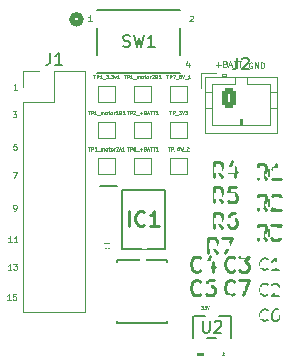
<source format=gbr>
%TF.GenerationSoftware,KiCad,Pcbnew,8.0.0*%
%TF.CreationDate,2024-04-03T23:18:40+02:00*%
%TF.ProjectId,PowerSubsystem,506f7765-7253-4756-9273-797374656d2e,rev?*%
%TF.SameCoordinates,Original*%
%TF.FileFunction,Legend,Top*%
%TF.FilePolarity,Positive*%
%FSLAX46Y46*%
G04 Gerber Fmt 4.6, Leading zero omitted, Abs format (unit mm)*
G04 Created by KiCad (PCBNEW 8.0.0) date 2024-04-03 23:18:40*
%MOMM*%
%LPD*%
G01*
G04 APERTURE LIST*
G04 Aperture macros list*
%AMRoundRect*
0 Rectangle with rounded corners*
0 $1 Rounding radius*
0 $2 $3 $4 $5 $6 $7 $8 $9 X,Y pos of 4 corners*
0 Add a 4 corners polygon primitive as box body*
4,1,4,$2,$3,$4,$5,$6,$7,$8,$9,$2,$3,0*
0 Add four circle primitives for the rounded corners*
1,1,$1+$1,$2,$3*
1,1,$1+$1,$4,$5*
1,1,$1+$1,$6,$7*
1,1,$1+$1,$8,$9*
0 Add four rect primitives between the rounded corners*
20,1,$1+$1,$2,$3,$4,$5,0*
20,1,$1+$1,$4,$5,$6,$7,0*
20,1,$1+$1,$6,$7,$8,$9,0*
20,1,$1+$1,$8,$9,$2,$3,0*%
G04 Aperture macros list end*
%ADD10C,0.100000*%
%ADD11C,0.050000*%
%ADD12C,0.150000*%
%ADD13C,0.075000*%
%ADD14C,0.254000*%
%ADD15C,0.152400*%
%ADD16C,0.508000*%
%ADD17C,0.120000*%
%ADD18C,0.200000*%
%ADD19R,0.990600X0.762000*%
%ADD20R,1.000000X1.000000*%
%ADD21R,0.900000X0.950000*%
%ADD22RoundRect,0.250000X-0.350000X-0.625000X0.350000X-0.625000X0.350000X0.625000X-0.350000X0.625000X0*%
%ADD23O,1.200000X1.750000*%
%ADD24R,0.750000X0.600000*%
%ADD25R,0.482600X1.117600*%
%ADD26R,0.605600X0.500000*%
%ADD27R,1.475000X0.450000*%
%ADD28R,1.700000X1.700000*%
%ADD29O,1.700000X1.700000*%
%ADD30R,0.610000X0.630000*%
%ADD31R,1.460500X0.558800*%
%ADD32R,2.514600X3.403600*%
%ADD33R,0.620000X0.640000*%
%ADD34R,0.600000X0.620000*%
%ADD35C,0.600000*%
G04 APERTURE END LIST*
D10*
X113508646Y-83913609D02*
X113603884Y-83913609D01*
X113603884Y-83913609D02*
X113651503Y-83889800D01*
X113651503Y-83889800D02*
X113675312Y-83865990D01*
X113675312Y-83865990D02*
X113722931Y-83794561D01*
X113722931Y-83794561D02*
X113746741Y-83699323D01*
X113746741Y-83699323D02*
X113746741Y-83508847D01*
X113746741Y-83508847D02*
X113722931Y-83461228D01*
X113722931Y-83461228D02*
X113699122Y-83437419D01*
X113699122Y-83437419D02*
X113651503Y-83413609D01*
X113651503Y-83413609D02*
X113556265Y-83413609D01*
X113556265Y-83413609D02*
X113508646Y-83437419D01*
X113508646Y-83437419D02*
X113484836Y-83461228D01*
X113484836Y-83461228D02*
X113461027Y-83508847D01*
X113461027Y-83508847D02*
X113461027Y-83627895D01*
X113461027Y-83627895D02*
X113484836Y-83675514D01*
X113484836Y-83675514D02*
X113508646Y-83699323D01*
X113508646Y-83699323D02*
X113556265Y-83723133D01*
X113556265Y-83723133D02*
X113651503Y-83723133D01*
X113651503Y-83723133D02*
X113699122Y-83699323D01*
X113699122Y-83699323D02*
X113722931Y-83675514D01*
X113722931Y-83675514D02*
X113746741Y-83627895D01*
X133686741Y-71367419D02*
X133639122Y-71343609D01*
X133639122Y-71343609D02*
X133567693Y-71343609D01*
X133567693Y-71343609D02*
X133496265Y-71367419D01*
X133496265Y-71367419D02*
X133448646Y-71415038D01*
X133448646Y-71415038D02*
X133424836Y-71462657D01*
X133424836Y-71462657D02*
X133401027Y-71557895D01*
X133401027Y-71557895D02*
X133401027Y-71629323D01*
X133401027Y-71629323D02*
X133424836Y-71724561D01*
X133424836Y-71724561D02*
X133448646Y-71772180D01*
X133448646Y-71772180D02*
X133496265Y-71819800D01*
X133496265Y-71819800D02*
X133567693Y-71843609D01*
X133567693Y-71843609D02*
X133615312Y-71843609D01*
X133615312Y-71843609D02*
X133686741Y-71819800D01*
X133686741Y-71819800D02*
X133710550Y-71795990D01*
X133710550Y-71795990D02*
X133710550Y-71629323D01*
X133710550Y-71629323D02*
X133615312Y-71629323D01*
X133924836Y-71843609D02*
X133924836Y-71343609D01*
X133924836Y-71343609D02*
X134210550Y-71843609D01*
X134210550Y-71843609D02*
X134210550Y-71343609D01*
X134448646Y-71843609D02*
X134448646Y-71343609D01*
X134448646Y-71343609D02*
X134567694Y-71343609D01*
X134567694Y-71343609D02*
X134639122Y-71367419D01*
X134639122Y-71367419D02*
X134686741Y-71415038D01*
X134686741Y-71415038D02*
X134710551Y-71462657D01*
X134710551Y-71462657D02*
X134734360Y-71557895D01*
X134734360Y-71557895D02*
X134734360Y-71629323D01*
X134734360Y-71629323D02*
X134710551Y-71724561D01*
X134710551Y-71724561D02*
X134686741Y-71772180D01*
X134686741Y-71772180D02*
X134639122Y-71819800D01*
X134639122Y-71819800D02*
X134567694Y-71843609D01*
X134567694Y-71843609D02*
X134448646Y-71843609D01*
X113732931Y-78233609D02*
X113494836Y-78233609D01*
X113494836Y-78233609D02*
X113471027Y-78471704D01*
X113471027Y-78471704D02*
X113494836Y-78447895D01*
X113494836Y-78447895D02*
X113542455Y-78424085D01*
X113542455Y-78424085D02*
X113661503Y-78424085D01*
X113661503Y-78424085D02*
X113709122Y-78447895D01*
X113709122Y-78447895D02*
X113732931Y-78471704D01*
X113732931Y-78471704D02*
X113756741Y-78519323D01*
X113756741Y-78519323D02*
X113756741Y-78638371D01*
X113756741Y-78638371D02*
X113732931Y-78685990D01*
X113732931Y-78685990D02*
X113709122Y-78709800D01*
X113709122Y-78709800D02*
X113661503Y-78733609D01*
X113661503Y-78733609D02*
X113542455Y-78733609D01*
X113542455Y-78733609D02*
X113494836Y-78709800D01*
X113494836Y-78709800D02*
X113471027Y-78685990D01*
X113316741Y-88903609D02*
X113031027Y-88903609D01*
X113173884Y-88903609D02*
X113173884Y-88403609D01*
X113173884Y-88403609D02*
X113126265Y-88475038D01*
X113126265Y-88475038D02*
X113078646Y-88522657D01*
X113078646Y-88522657D02*
X113031027Y-88546466D01*
X113483407Y-88403609D02*
X113792931Y-88403609D01*
X113792931Y-88403609D02*
X113626264Y-88594085D01*
X113626264Y-88594085D02*
X113697693Y-88594085D01*
X113697693Y-88594085D02*
X113745312Y-88617895D01*
X113745312Y-88617895D02*
X113769121Y-88641704D01*
X113769121Y-88641704D02*
X113792931Y-88689323D01*
X113792931Y-88689323D02*
X113792931Y-88808371D01*
X113792931Y-88808371D02*
X113769121Y-88855990D01*
X113769121Y-88855990D02*
X113745312Y-88879800D01*
X113745312Y-88879800D02*
X113697693Y-88903609D01*
X113697693Y-88903609D02*
X113554836Y-88903609D01*
X113554836Y-88903609D02*
X113507217Y-88879800D01*
X113507217Y-88879800D02*
X113483407Y-88855990D01*
X113427217Y-80653609D02*
X113760550Y-80653609D01*
X113760550Y-80653609D02*
X113546265Y-81153609D01*
D11*
X131190989Y-95921971D02*
X131200513Y-95912447D01*
X131200513Y-95912447D02*
X131219560Y-95902923D01*
X131219560Y-95902923D02*
X131267179Y-95902923D01*
X131267179Y-95902923D02*
X131286227Y-95912447D01*
X131286227Y-95912447D02*
X131295751Y-95921971D01*
X131295751Y-95921971D02*
X131305274Y-95941019D01*
X131305274Y-95941019D02*
X131305274Y-95960066D01*
X131305274Y-95960066D02*
X131295751Y-95988638D01*
X131295751Y-95988638D02*
X131181465Y-96102923D01*
X131181465Y-96102923D02*
X131305274Y-96102923D01*
D10*
X130644836Y-71543133D02*
X131025789Y-71543133D01*
X130835312Y-71733609D02*
X130835312Y-71352657D01*
X131430551Y-71471704D02*
X131501979Y-71495514D01*
X131501979Y-71495514D02*
X131525789Y-71519323D01*
X131525789Y-71519323D02*
X131549598Y-71566942D01*
X131549598Y-71566942D02*
X131549598Y-71638371D01*
X131549598Y-71638371D02*
X131525789Y-71685990D01*
X131525789Y-71685990D02*
X131501979Y-71709800D01*
X131501979Y-71709800D02*
X131454360Y-71733609D01*
X131454360Y-71733609D02*
X131263884Y-71733609D01*
X131263884Y-71733609D02*
X131263884Y-71233609D01*
X131263884Y-71233609D02*
X131430551Y-71233609D01*
X131430551Y-71233609D02*
X131478170Y-71257419D01*
X131478170Y-71257419D02*
X131501979Y-71281228D01*
X131501979Y-71281228D02*
X131525789Y-71328847D01*
X131525789Y-71328847D02*
X131525789Y-71376466D01*
X131525789Y-71376466D02*
X131501979Y-71424085D01*
X131501979Y-71424085D02*
X131478170Y-71447895D01*
X131478170Y-71447895D02*
X131430551Y-71471704D01*
X131430551Y-71471704D02*
X131263884Y-71471704D01*
X131740075Y-71590752D02*
X131978170Y-71590752D01*
X131692456Y-71733609D02*
X131859122Y-71233609D01*
X131859122Y-71233609D02*
X132025789Y-71733609D01*
X132121027Y-71233609D02*
X132406741Y-71233609D01*
X132263884Y-71733609D02*
X132263884Y-71233609D01*
X132501979Y-71233609D02*
X132787693Y-71233609D01*
X132644836Y-71733609D02*
X132644836Y-71233609D01*
X113427217Y-75503609D02*
X113736741Y-75503609D01*
X113736741Y-75503609D02*
X113570074Y-75694085D01*
X113570074Y-75694085D02*
X113641503Y-75694085D01*
X113641503Y-75694085D02*
X113689122Y-75717895D01*
X113689122Y-75717895D02*
X113712931Y-75741704D01*
X113712931Y-75741704D02*
X113736741Y-75789323D01*
X113736741Y-75789323D02*
X113736741Y-75908371D01*
X113736741Y-75908371D02*
X113712931Y-75955990D01*
X113712931Y-75955990D02*
X113689122Y-75979800D01*
X113689122Y-75979800D02*
X113641503Y-76003609D01*
X113641503Y-76003609D02*
X113498646Y-76003609D01*
X113498646Y-76003609D02*
X113451027Y-75979800D01*
X113451027Y-75979800D02*
X113427217Y-75955990D01*
D11*
X129155274Y-95932447D02*
X129136227Y-95922923D01*
X129136227Y-95922923D02*
X129107655Y-95922923D01*
X129107655Y-95922923D02*
X129079084Y-95932447D01*
X129079084Y-95932447D02*
X129060036Y-95951495D01*
X129060036Y-95951495D02*
X129050513Y-95970542D01*
X129050513Y-95970542D02*
X129040989Y-96008638D01*
X129040989Y-96008638D02*
X129040989Y-96037209D01*
X129040989Y-96037209D02*
X129050513Y-96075304D01*
X129050513Y-96075304D02*
X129060036Y-96094352D01*
X129060036Y-96094352D02*
X129079084Y-96113400D01*
X129079084Y-96113400D02*
X129107655Y-96122923D01*
X129107655Y-96122923D02*
X129126703Y-96122923D01*
X129126703Y-96122923D02*
X129155274Y-96113400D01*
X129155274Y-96113400D02*
X129164798Y-96103876D01*
X129164798Y-96103876D02*
X129164798Y-96037209D01*
X129164798Y-96037209D02*
X129126703Y-96037209D01*
X129250513Y-96122923D02*
X129250513Y-95922923D01*
X129250513Y-95922923D02*
X129364798Y-96122923D01*
X129364798Y-96122923D02*
X129364798Y-95922923D01*
X129460037Y-96122923D02*
X129460037Y-95922923D01*
X129460037Y-95922923D02*
X129507656Y-95922923D01*
X129507656Y-95922923D02*
X129536227Y-95932447D01*
X129536227Y-95932447D02*
X129555275Y-95951495D01*
X129555275Y-95951495D02*
X129564798Y-95970542D01*
X129564798Y-95970542D02*
X129574322Y-96008638D01*
X129574322Y-96008638D02*
X129574322Y-96037209D01*
X129574322Y-96037209D02*
X129564798Y-96075304D01*
X129564798Y-96075304D02*
X129555275Y-96094352D01*
X129555275Y-96094352D02*
X129536227Y-96113400D01*
X129536227Y-96113400D02*
X129507656Y-96122923D01*
X129507656Y-96122923D02*
X129460037Y-96122923D01*
D10*
X128329122Y-71380276D02*
X128329122Y-71713609D01*
X128210074Y-71189800D02*
X128091027Y-71546942D01*
X128091027Y-71546942D02*
X128400550Y-71546942D01*
X113266741Y-91453609D02*
X112981027Y-91453609D01*
X113123884Y-91453609D02*
X113123884Y-90953609D01*
X113123884Y-90953609D02*
X113076265Y-91025038D01*
X113076265Y-91025038D02*
X113028646Y-91072657D01*
X113028646Y-91072657D02*
X112981027Y-91096466D01*
X113719121Y-90953609D02*
X113481026Y-90953609D01*
X113481026Y-90953609D02*
X113457217Y-91191704D01*
X113457217Y-91191704D02*
X113481026Y-91167895D01*
X113481026Y-91167895D02*
X113528645Y-91144085D01*
X113528645Y-91144085D02*
X113647693Y-91144085D01*
X113647693Y-91144085D02*
X113695312Y-91167895D01*
X113695312Y-91167895D02*
X113719121Y-91191704D01*
X113719121Y-91191704D02*
X113742931Y-91239323D01*
X113742931Y-91239323D02*
X113742931Y-91358371D01*
X113742931Y-91358371D02*
X113719121Y-91405990D01*
X113719121Y-91405990D02*
X113695312Y-91429800D01*
X113695312Y-91429800D02*
X113647693Y-91453609D01*
X113647693Y-91453609D02*
X113528645Y-91453609D01*
X113528645Y-91453609D02*
X113481026Y-91429800D01*
X113481026Y-91429800D02*
X113457217Y-91405990D01*
X113786741Y-73643609D02*
X113501027Y-73643609D01*
X113643884Y-73643609D02*
X113643884Y-73143609D01*
X113643884Y-73143609D02*
X113596265Y-73215038D01*
X113596265Y-73215038D02*
X113548646Y-73262657D01*
X113548646Y-73262657D02*
X113501027Y-73286466D01*
X120116741Y-67863609D02*
X119831027Y-67863609D01*
X119973884Y-67863609D02*
X119973884Y-67363609D01*
X119973884Y-67363609D02*
X119926265Y-67435038D01*
X119926265Y-67435038D02*
X119878646Y-67482657D01*
X119878646Y-67482657D02*
X119831027Y-67506466D01*
X128401027Y-67431228D02*
X128424836Y-67407419D01*
X128424836Y-67407419D02*
X128472455Y-67383609D01*
X128472455Y-67383609D02*
X128591503Y-67383609D01*
X128591503Y-67383609D02*
X128639122Y-67407419D01*
X128639122Y-67407419D02*
X128662931Y-67431228D01*
X128662931Y-67431228D02*
X128686741Y-67478847D01*
X128686741Y-67478847D02*
X128686741Y-67526466D01*
X128686741Y-67526466D02*
X128662931Y-67597895D01*
X128662931Y-67597895D02*
X128377217Y-67883609D01*
X128377217Y-67883609D02*
X128686741Y-67883609D01*
X113346741Y-86553609D02*
X113061027Y-86553609D01*
X113203884Y-86553609D02*
X113203884Y-86053609D01*
X113203884Y-86053609D02*
X113156265Y-86125038D01*
X113156265Y-86125038D02*
X113108646Y-86172657D01*
X113108646Y-86172657D02*
X113061027Y-86196466D01*
X113822931Y-86553609D02*
X113537217Y-86553609D01*
X113680074Y-86553609D02*
X113680074Y-86053609D01*
X113680074Y-86053609D02*
X113632455Y-86125038D01*
X113632455Y-86125038D02*
X113584836Y-86172657D01*
X113584836Y-86172657D02*
X113537217Y-86196466D01*
D11*
X129401465Y-92012923D02*
X129525274Y-92012923D01*
X129525274Y-92012923D02*
X129458608Y-92089114D01*
X129458608Y-92089114D02*
X129487179Y-92089114D01*
X129487179Y-92089114D02*
X129506227Y-92098638D01*
X129506227Y-92098638D02*
X129515751Y-92108161D01*
X129515751Y-92108161D02*
X129525274Y-92127209D01*
X129525274Y-92127209D02*
X129525274Y-92174828D01*
X129525274Y-92174828D02*
X129515751Y-92193876D01*
X129515751Y-92193876D02*
X129506227Y-92203400D01*
X129506227Y-92203400D02*
X129487179Y-92212923D01*
X129487179Y-92212923D02*
X129430036Y-92212923D01*
X129430036Y-92212923D02*
X129410989Y-92203400D01*
X129410989Y-92203400D02*
X129401465Y-92193876D01*
X129610989Y-92193876D02*
X129620512Y-92203400D01*
X129620512Y-92203400D02*
X129610989Y-92212923D01*
X129610989Y-92212923D02*
X129601465Y-92203400D01*
X129601465Y-92203400D02*
X129610989Y-92193876D01*
X129610989Y-92193876D02*
X129610989Y-92212923D01*
X129687179Y-92012923D02*
X129810988Y-92012923D01*
X129810988Y-92012923D02*
X129744322Y-92089114D01*
X129744322Y-92089114D02*
X129772893Y-92089114D01*
X129772893Y-92089114D02*
X129791941Y-92098638D01*
X129791941Y-92098638D02*
X129801465Y-92108161D01*
X129801465Y-92108161D02*
X129810988Y-92127209D01*
X129810988Y-92127209D02*
X129810988Y-92174828D01*
X129810988Y-92174828D02*
X129801465Y-92193876D01*
X129801465Y-92193876D02*
X129791941Y-92203400D01*
X129791941Y-92203400D02*
X129772893Y-92212923D01*
X129772893Y-92212923D02*
X129715750Y-92212923D01*
X129715750Y-92212923D02*
X129696703Y-92203400D01*
X129696703Y-92203400D02*
X129687179Y-92193876D01*
X129868131Y-92012923D02*
X129934798Y-92212923D01*
X129934798Y-92212923D02*
X130001464Y-92012923D01*
D12*
X122773067Y-69980500D02*
X122915924Y-70028119D01*
X122915924Y-70028119D02*
X123154019Y-70028119D01*
X123154019Y-70028119D02*
X123249257Y-69980500D01*
X123249257Y-69980500D02*
X123296876Y-69932880D01*
X123296876Y-69932880D02*
X123344495Y-69837642D01*
X123344495Y-69837642D02*
X123344495Y-69742404D01*
X123344495Y-69742404D02*
X123296876Y-69647166D01*
X123296876Y-69647166D02*
X123249257Y-69599547D01*
X123249257Y-69599547D02*
X123154019Y-69551928D01*
X123154019Y-69551928D02*
X122963543Y-69504309D01*
X122963543Y-69504309D02*
X122868305Y-69456690D01*
X122868305Y-69456690D02*
X122820686Y-69409071D01*
X122820686Y-69409071D02*
X122773067Y-69313833D01*
X122773067Y-69313833D02*
X122773067Y-69218595D01*
X122773067Y-69218595D02*
X122820686Y-69123357D01*
X122820686Y-69123357D02*
X122868305Y-69075738D01*
X122868305Y-69075738D02*
X122963543Y-69028119D01*
X122963543Y-69028119D02*
X123201638Y-69028119D01*
X123201638Y-69028119D02*
X123344495Y-69075738D01*
X123677829Y-69028119D02*
X123915924Y-70028119D01*
X123915924Y-70028119D02*
X124106400Y-69313833D01*
X124106400Y-69313833D02*
X124296876Y-70028119D01*
X124296876Y-70028119D02*
X124534972Y-69028119D01*
X125439733Y-70028119D02*
X124868305Y-70028119D01*
X125154019Y-70028119D02*
X125154019Y-69028119D01*
X125154019Y-69028119D02*
X125058781Y-69170976D01*
X125058781Y-69170976D02*
X124963543Y-69266214D01*
X124963543Y-69266214D02*
X124868305Y-69313833D01*
D13*
X126695715Y-75456885D02*
X126867144Y-75456885D01*
X126781429Y-75756885D02*
X126781429Y-75456885D01*
X126967143Y-75756885D02*
X126967143Y-75456885D01*
X126967143Y-75456885D02*
X127081429Y-75456885D01*
X127081429Y-75456885D02*
X127110000Y-75471171D01*
X127110000Y-75471171D02*
X127124286Y-75485457D01*
X127124286Y-75485457D02*
X127138572Y-75514028D01*
X127138572Y-75514028D02*
X127138572Y-75556885D01*
X127138572Y-75556885D02*
X127124286Y-75585457D01*
X127124286Y-75585457D02*
X127110000Y-75599742D01*
X127110000Y-75599742D02*
X127081429Y-75614028D01*
X127081429Y-75614028D02*
X126967143Y-75614028D01*
X127195715Y-75785457D02*
X127424286Y-75785457D01*
X127467143Y-75456885D02*
X127652857Y-75456885D01*
X127652857Y-75456885D02*
X127552857Y-75571171D01*
X127552857Y-75571171D02*
X127595714Y-75571171D01*
X127595714Y-75571171D02*
X127624286Y-75585457D01*
X127624286Y-75585457D02*
X127638571Y-75599742D01*
X127638571Y-75599742D02*
X127652857Y-75628314D01*
X127652857Y-75628314D02*
X127652857Y-75699742D01*
X127652857Y-75699742D02*
X127638571Y-75728314D01*
X127638571Y-75728314D02*
X127624286Y-75742600D01*
X127624286Y-75742600D02*
X127595714Y-75756885D01*
X127595714Y-75756885D02*
X127510000Y-75756885D01*
X127510000Y-75756885D02*
X127481428Y-75742600D01*
X127481428Y-75742600D02*
X127467143Y-75728314D01*
X127738571Y-75456885D02*
X127838571Y-75756885D01*
X127838571Y-75756885D02*
X127938571Y-75456885D01*
X128010000Y-75456885D02*
X128195714Y-75456885D01*
X128195714Y-75456885D02*
X128095714Y-75571171D01*
X128095714Y-75571171D02*
X128138571Y-75571171D01*
X128138571Y-75571171D02*
X128167143Y-75585457D01*
X128167143Y-75585457D02*
X128181428Y-75599742D01*
X128181428Y-75599742D02*
X128195714Y-75628314D01*
X128195714Y-75628314D02*
X128195714Y-75699742D01*
X128195714Y-75699742D02*
X128181428Y-75728314D01*
X128181428Y-75728314D02*
X128167143Y-75742600D01*
X128167143Y-75742600D02*
X128138571Y-75756885D01*
X128138571Y-75756885D02*
X128052857Y-75756885D01*
X128052857Y-75756885D02*
X128024285Y-75742600D01*
X128024285Y-75742600D02*
X128010000Y-75728314D01*
D14*
X134898333Y-81254318D02*
X134474999Y-80649556D01*
X134172618Y-81254318D02*
X134172618Y-79984318D01*
X134172618Y-79984318D02*
X134656428Y-79984318D01*
X134656428Y-79984318D02*
X134777380Y-80044794D01*
X134777380Y-80044794D02*
X134837857Y-80105270D01*
X134837857Y-80105270D02*
X134898333Y-80226222D01*
X134898333Y-80226222D02*
X134898333Y-80407651D01*
X134898333Y-80407651D02*
X134837857Y-80528603D01*
X134837857Y-80528603D02*
X134777380Y-80589080D01*
X134777380Y-80589080D02*
X134656428Y-80649556D01*
X134656428Y-80649556D02*
X134172618Y-80649556D01*
X136107857Y-81254318D02*
X135382142Y-81254318D01*
X135744999Y-81254318D02*
X135744999Y-79984318D01*
X135744999Y-79984318D02*
X135624047Y-80165746D01*
X135624047Y-80165746D02*
X135503095Y-80286699D01*
X135503095Y-80286699D02*
X135382142Y-80347175D01*
D12*
X132426666Y-70934819D02*
X132426666Y-71649104D01*
X132426666Y-71649104D02*
X132379047Y-71791961D01*
X132379047Y-71791961D02*
X132283809Y-71887200D01*
X132283809Y-71887200D02*
X132140952Y-71934819D01*
X132140952Y-71934819D02*
X132045714Y-71934819D01*
X132855238Y-71030057D02*
X132902857Y-70982438D01*
X132902857Y-70982438D02*
X132998095Y-70934819D01*
X132998095Y-70934819D02*
X133236190Y-70934819D01*
X133236190Y-70934819D02*
X133331428Y-70982438D01*
X133331428Y-70982438D02*
X133379047Y-71030057D01*
X133379047Y-71030057D02*
X133426666Y-71125295D01*
X133426666Y-71125295D02*
X133426666Y-71220533D01*
X133426666Y-71220533D02*
X133379047Y-71363390D01*
X133379047Y-71363390D02*
X132807619Y-71934819D01*
X132807619Y-71934819D02*
X133426666Y-71934819D01*
D13*
X122831429Y-72406885D02*
X123002858Y-72406885D01*
X122917143Y-72706885D02*
X122917143Y-72406885D01*
X123102857Y-72706885D02*
X123102857Y-72406885D01*
X123102857Y-72406885D02*
X123217143Y-72406885D01*
X123217143Y-72406885D02*
X123245714Y-72421171D01*
X123245714Y-72421171D02*
X123260000Y-72435457D01*
X123260000Y-72435457D02*
X123274286Y-72464028D01*
X123274286Y-72464028D02*
X123274286Y-72506885D01*
X123274286Y-72506885D02*
X123260000Y-72535457D01*
X123260000Y-72535457D02*
X123245714Y-72549742D01*
X123245714Y-72549742D02*
X123217143Y-72564028D01*
X123217143Y-72564028D02*
X123102857Y-72564028D01*
X123560000Y-72706885D02*
X123388571Y-72706885D01*
X123474286Y-72706885D02*
X123474286Y-72406885D01*
X123474286Y-72406885D02*
X123445714Y-72449742D01*
X123445714Y-72449742D02*
X123417143Y-72478314D01*
X123417143Y-72478314D02*
X123388571Y-72492600D01*
X123617143Y-72735457D02*
X123845714Y-72735457D01*
X123917142Y-72706885D02*
X123917142Y-72506885D01*
X123917142Y-72535457D02*
X123931428Y-72521171D01*
X123931428Y-72521171D02*
X123959999Y-72506885D01*
X123959999Y-72506885D02*
X124002856Y-72506885D01*
X124002856Y-72506885D02*
X124031428Y-72521171D01*
X124031428Y-72521171D02*
X124045714Y-72549742D01*
X124045714Y-72549742D02*
X124045714Y-72706885D01*
X124045714Y-72549742D02*
X124059999Y-72521171D01*
X124059999Y-72521171D02*
X124088571Y-72506885D01*
X124088571Y-72506885D02*
X124131428Y-72506885D01*
X124131428Y-72506885D02*
X124159999Y-72521171D01*
X124159999Y-72521171D02*
X124174285Y-72549742D01*
X124174285Y-72549742D02*
X124174285Y-72706885D01*
X124359999Y-72706885D02*
X124331428Y-72692600D01*
X124331428Y-72692600D02*
X124317142Y-72678314D01*
X124317142Y-72678314D02*
X124302856Y-72649742D01*
X124302856Y-72649742D02*
X124302856Y-72564028D01*
X124302856Y-72564028D02*
X124317142Y-72535457D01*
X124317142Y-72535457D02*
X124331428Y-72521171D01*
X124331428Y-72521171D02*
X124359999Y-72506885D01*
X124359999Y-72506885D02*
X124402856Y-72506885D01*
X124402856Y-72506885D02*
X124431428Y-72521171D01*
X124431428Y-72521171D02*
X124445714Y-72535457D01*
X124445714Y-72535457D02*
X124459999Y-72564028D01*
X124459999Y-72564028D02*
X124459999Y-72649742D01*
X124459999Y-72649742D02*
X124445714Y-72678314D01*
X124445714Y-72678314D02*
X124431428Y-72692600D01*
X124431428Y-72692600D02*
X124402856Y-72706885D01*
X124402856Y-72706885D02*
X124359999Y-72706885D01*
X124545714Y-72506885D02*
X124660000Y-72506885D01*
X124588571Y-72406885D02*
X124588571Y-72664028D01*
X124588571Y-72664028D02*
X124602857Y-72692600D01*
X124602857Y-72692600D02*
X124631428Y-72706885D01*
X124631428Y-72706885D02*
X124660000Y-72706885D01*
X124802857Y-72706885D02*
X124774286Y-72692600D01*
X124774286Y-72692600D02*
X124760000Y-72678314D01*
X124760000Y-72678314D02*
X124745714Y-72649742D01*
X124745714Y-72649742D02*
X124745714Y-72564028D01*
X124745714Y-72564028D02*
X124760000Y-72535457D01*
X124760000Y-72535457D02*
X124774286Y-72521171D01*
X124774286Y-72521171D02*
X124802857Y-72506885D01*
X124802857Y-72506885D02*
X124845714Y-72506885D01*
X124845714Y-72506885D02*
X124874286Y-72521171D01*
X124874286Y-72521171D02*
X124888572Y-72535457D01*
X124888572Y-72535457D02*
X124902857Y-72564028D01*
X124902857Y-72564028D02*
X124902857Y-72649742D01*
X124902857Y-72649742D02*
X124888572Y-72678314D01*
X124888572Y-72678314D02*
X124874286Y-72692600D01*
X124874286Y-72692600D02*
X124845714Y-72706885D01*
X124845714Y-72706885D02*
X124802857Y-72706885D01*
X125031429Y-72706885D02*
X125031429Y-72506885D01*
X125031429Y-72564028D02*
X125045715Y-72535457D01*
X125045715Y-72535457D02*
X125060001Y-72521171D01*
X125060001Y-72521171D02*
X125088572Y-72506885D01*
X125088572Y-72506885D02*
X125117143Y-72506885D01*
X125202857Y-72435457D02*
X125217143Y-72421171D01*
X125217143Y-72421171D02*
X125245715Y-72406885D01*
X125245715Y-72406885D02*
X125317143Y-72406885D01*
X125317143Y-72406885D02*
X125345715Y-72421171D01*
X125345715Y-72421171D02*
X125360000Y-72435457D01*
X125360000Y-72435457D02*
X125374286Y-72464028D01*
X125374286Y-72464028D02*
X125374286Y-72492600D01*
X125374286Y-72492600D02*
X125360000Y-72535457D01*
X125360000Y-72535457D02*
X125188572Y-72706885D01*
X125188572Y-72706885D02*
X125374286Y-72706885D01*
X125602857Y-72549742D02*
X125645714Y-72564028D01*
X125645714Y-72564028D02*
X125660000Y-72578314D01*
X125660000Y-72578314D02*
X125674286Y-72606885D01*
X125674286Y-72606885D02*
X125674286Y-72649742D01*
X125674286Y-72649742D02*
X125660000Y-72678314D01*
X125660000Y-72678314D02*
X125645714Y-72692600D01*
X125645714Y-72692600D02*
X125617143Y-72706885D01*
X125617143Y-72706885D02*
X125502857Y-72706885D01*
X125502857Y-72706885D02*
X125502857Y-72406885D01*
X125502857Y-72406885D02*
X125602857Y-72406885D01*
X125602857Y-72406885D02*
X125631429Y-72421171D01*
X125631429Y-72421171D02*
X125645714Y-72435457D01*
X125645714Y-72435457D02*
X125660000Y-72464028D01*
X125660000Y-72464028D02*
X125660000Y-72492600D01*
X125660000Y-72492600D02*
X125645714Y-72521171D01*
X125645714Y-72521171D02*
X125631429Y-72535457D01*
X125631429Y-72535457D02*
X125602857Y-72549742D01*
X125602857Y-72549742D02*
X125502857Y-72549742D01*
X125960000Y-72706885D02*
X125788571Y-72706885D01*
X125874286Y-72706885D02*
X125874286Y-72406885D01*
X125874286Y-72406885D02*
X125845714Y-72449742D01*
X125845714Y-72449742D02*
X125817143Y-72478314D01*
X125817143Y-72478314D02*
X125788571Y-72492600D01*
D14*
X130683333Y-87454318D02*
X130259999Y-86849556D01*
X129957618Y-87454318D02*
X129957618Y-86184318D01*
X129957618Y-86184318D02*
X130441428Y-86184318D01*
X130441428Y-86184318D02*
X130562380Y-86244794D01*
X130562380Y-86244794D02*
X130622857Y-86305270D01*
X130622857Y-86305270D02*
X130683333Y-86426222D01*
X130683333Y-86426222D02*
X130683333Y-86607651D01*
X130683333Y-86607651D02*
X130622857Y-86728603D01*
X130622857Y-86728603D02*
X130562380Y-86789080D01*
X130562380Y-86789080D02*
X130441428Y-86849556D01*
X130441428Y-86849556D02*
X129957618Y-86849556D01*
X131106666Y-86184318D02*
X131953333Y-86184318D01*
X131953333Y-86184318D02*
X131409047Y-87454318D01*
D13*
X119802857Y-78506885D02*
X119974286Y-78506885D01*
X119888571Y-78806885D02*
X119888571Y-78506885D01*
X120074285Y-78806885D02*
X120074285Y-78506885D01*
X120074285Y-78506885D02*
X120188571Y-78506885D01*
X120188571Y-78506885D02*
X120217142Y-78521171D01*
X120217142Y-78521171D02*
X120231428Y-78535457D01*
X120231428Y-78535457D02*
X120245714Y-78564028D01*
X120245714Y-78564028D02*
X120245714Y-78606885D01*
X120245714Y-78606885D02*
X120231428Y-78635457D01*
X120231428Y-78635457D02*
X120217142Y-78649742D01*
X120217142Y-78649742D02*
X120188571Y-78664028D01*
X120188571Y-78664028D02*
X120074285Y-78664028D01*
X120531428Y-78806885D02*
X120359999Y-78806885D01*
X120445714Y-78806885D02*
X120445714Y-78506885D01*
X120445714Y-78506885D02*
X120417142Y-78549742D01*
X120417142Y-78549742D02*
X120388571Y-78578314D01*
X120388571Y-78578314D02*
X120359999Y-78592600D01*
X120588571Y-78835457D02*
X120817142Y-78835457D01*
X120888570Y-78806885D02*
X120888570Y-78606885D01*
X120888570Y-78635457D02*
X120902856Y-78621171D01*
X120902856Y-78621171D02*
X120931427Y-78606885D01*
X120931427Y-78606885D02*
X120974284Y-78606885D01*
X120974284Y-78606885D02*
X121002856Y-78621171D01*
X121002856Y-78621171D02*
X121017142Y-78649742D01*
X121017142Y-78649742D02*
X121017142Y-78806885D01*
X121017142Y-78649742D02*
X121031427Y-78621171D01*
X121031427Y-78621171D02*
X121059999Y-78606885D01*
X121059999Y-78606885D02*
X121102856Y-78606885D01*
X121102856Y-78606885D02*
X121131427Y-78621171D01*
X121131427Y-78621171D02*
X121145713Y-78649742D01*
X121145713Y-78649742D02*
X121145713Y-78806885D01*
X121331427Y-78806885D02*
X121302856Y-78792600D01*
X121302856Y-78792600D02*
X121288570Y-78778314D01*
X121288570Y-78778314D02*
X121274284Y-78749742D01*
X121274284Y-78749742D02*
X121274284Y-78664028D01*
X121274284Y-78664028D02*
X121288570Y-78635457D01*
X121288570Y-78635457D02*
X121302856Y-78621171D01*
X121302856Y-78621171D02*
X121331427Y-78606885D01*
X121331427Y-78606885D02*
X121374284Y-78606885D01*
X121374284Y-78606885D02*
X121402856Y-78621171D01*
X121402856Y-78621171D02*
X121417142Y-78635457D01*
X121417142Y-78635457D02*
X121431427Y-78664028D01*
X121431427Y-78664028D02*
X121431427Y-78749742D01*
X121431427Y-78749742D02*
X121417142Y-78778314D01*
X121417142Y-78778314D02*
X121402856Y-78792600D01*
X121402856Y-78792600D02*
X121374284Y-78806885D01*
X121374284Y-78806885D02*
X121331427Y-78806885D01*
X121517142Y-78606885D02*
X121631428Y-78606885D01*
X121559999Y-78506885D02*
X121559999Y-78764028D01*
X121559999Y-78764028D02*
X121574285Y-78792600D01*
X121574285Y-78792600D02*
X121602856Y-78806885D01*
X121602856Y-78806885D02*
X121631428Y-78806885D01*
X121774285Y-78806885D02*
X121745714Y-78792600D01*
X121745714Y-78792600D02*
X121731428Y-78778314D01*
X121731428Y-78778314D02*
X121717142Y-78749742D01*
X121717142Y-78749742D02*
X121717142Y-78664028D01*
X121717142Y-78664028D02*
X121731428Y-78635457D01*
X121731428Y-78635457D02*
X121745714Y-78621171D01*
X121745714Y-78621171D02*
X121774285Y-78606885D01*
X121774285Y-78606885D02*
X121817142Y-78606885D01*
X121817142Y-78606885D02*
X121845714Y-78621171D01*
X121845714Y-78621171D02*
X121860000Y-78635457D01*
X121860000Y-78635457D02*
X121874285Y-78664028D01*
X121874285Y-78664028D02*
X121874285Y-78749742D01*
X121874285Y-78749742D02*
X121860000Y-78778314D01*
X121860000Y-78778314D02*
X121845714Y-78792600D01*
X121845714Y-78792600D02*
X121817142Y-78806885D01*
X121817142Y-78806885D02*
X121774285Y-78806885D01*
X122002857Y-78806885D02*
X122002857Y-78606885D01*
X122002857Y-78664028D02*
X122017143Y-78635457D01*
X122017143Y-78635457D02*
X122031429Y-78621171D01*
X122031429Y-78621171D02*
X122060000Y-78606885D01*
X122060000Y-78606885D02*
X122088571Y-78606885D01*
X122174285Y-78535457D02*
X122188571Y-78521171D01*
X122188571Y-78521171D02*
X122217143Y-78506885D01*
X122217143Y-78506885D02*
X122288571Y-78506885D01*
X122288571Y-78506885D02*
X122317143Y-78521171D01*
X122317143Y-78521171D02*
X122331428Y-78535457D01*
X122331428Y-78535457D02*
X122345714Y-78564028D01*
X122345714Y-78564028D02*
X122345714Y-78592600D01*
X122345714Y-78592600D02*
X122331428Y-78635457D01*
X122331428Y-78635457D02*
X122160000Y-78806885D01*
X122160000Y-78806885D02*
X122345714Y-78806885D01*
X122459999Y-78721171D02*
X122602857Y-78721171D01*
X122431428Y-78806885D02*
X122531428Y-78506885D01*
X122531428Y-78506885D02*
X122631428Y-78806885D01*
X122888571Y-78806885D02*
X122717142Y-78806885D01*
X122802857Y-78806885D02*
X122802857Y-78506885D01*
X122802857Y-78506885D02*
X122774285Y-78549742D01*
X122774285Y-78549742D02*
X122745714Y-78578314D01*
X122745714Y-78578314D02*
X122717142Y-78592600D01*
D14*
X131173333Y-85354318D02*
X130749999Y-84749556D01*
X130447618Y-85354318D02*
X130447618Y-84084318D01*
X130447618Y-84084318D02*
X130931428Y-84084318D01*
X130931428Y-84084318D02*
X131052380Y-84144794D01*
X131052380Y-84144794D02*
X131112857Y-84205270D01*
X131112857Y-84205270D02*
X131173333Y-84326222D01*
X131173333Y-84326222D02*
X131173333Y-84507651D01*
X131173333Y-84507651D02*
X131112857Y-84628603D01*
X131112857Y-84628603D02*
X131052380Y-84689080D01*
X131052380Y-84689080D02*
X130931428Y-84749556D01*
X130931428Y-84749556D02*
X130447618Y-84749556D01*
X132261904Y-84084318D02*
X132019999Y-84084318D01*
X132019999Y-84084318D02*
X131899047Y-84144794D01*
X131899047Y-84144794D02*
X131838571Y-84205270D01*
X131838571Y-84205270D02*
X131717618Y-84386699D01*
X131717618Y-84386699D02*
X131657142Y-84628603D01*
X131657142Y-84628603D02*
X131657142Y-85112413D01*
X131657142Y-85112413D02*
X131717618Y-85233365D01*
X131717618Y-85233365D02*
X131778095Y-85293842D01*
X131778095Y-85293842D02*
X131899047Y-85354318D01*
X131899047Y-85354318D02*
X132140952Y-85354318D01*
X132140952Y-85354318D02*
X132261904Y-85293842D01*
X132261904Y-85293842D02*
X132322380Y-85233365D01*
X132322380Y-85233365D02*
X132382857Y-85112413D01*
X132382857Y-85112413D02*
X132382857Y-84810032D01*
X132382857Y-84810032D02*
X132322380Y-84689080D01*
X132322380Y-84689080D02*
X132261904Y-84628603D01*
X132261904Y-84628603D02*
X132140952Y-84568127D01*
X132140952Y-84568127D02*
X131899047Y-84568127D01*
X131899047Y-84568127D02*
X131778095Y-84628603D01*
X131778095Y-84628603D02*
X131717618Y-84689080D01*
X131717618Y-84689080D02*
X131657142Y-84810032D01*
D12*
X129528095Y-93218619D02*
X129528095Y-94028142D01*
X129528095Y-94028142D02*
X129575714Y-94123380D01*
X129575714Y-94123380D02*
X129623333Y-94171000D01*
X129623333Y-94171000D02*
X129718571Y-94218619D01*
X129718571Y-94218619D02*
X129909047Y-94218619D01*
X129909047Y-94218619D02*
X130004285Y-94171000D01*
X130004285Y-94171000D02*
X130051904Y-94123380D01*
X130051904Y-94123380D02*
X130099523Y-94028142D01*
X130099523Y-94028142D02*
X130099523Y-93218619D01*
X130528095Y-93313857D02*
X130575714Y-93266238D01*
X130575714Y-93266238D02*
X130670952Y-93218619D01*
X130670952Y-93218619D02*
X130909047Y-93218619D01*
X130909047Y-93218619D02*
X131004285Y-93266238D01*
X131004285Y-93266238D02*
X131051904Y-93313857D01*
X131051904Y-93313857D02*
X131099523Y-93409095D01*
X131099523Y-93409095D02*
X131099523Y-93504333D01*
X131099523Y-93504333D02*
X131051904Y-93647190D01*
X131051904Y-93647190D02*
X130480476Y-94218619D01*
X130480476Y-94218619D02*
X131099523Y-94218619D01*
D13*
X120252858Y-72406885D02*
X120424287Y-72406885D01*
X120338572Y-72706885D02*
X120338572Y-72406885D01*
X120524286Y-72706885D02*
X120524286Y-72406885D01*
X120524286Y-72406885D02*
X120638572Y-72406885D01*
X120638572Y-72406885D02*
X120667143Y-72421171D01*
X120667143Y-72421171D02*
X120681429Y-72435457D01*
X120681429Y-72435457D02*
X120695715Y-72464028D01*
X120695715Y-72464028D02*
X120695715Y-72506885D01*
X120695715Y-72506885D02*
X120681429Y-72535457D01*
X120681429Y-72535457D02*
X120667143Y-72549742D01*
X120667143Y-72549742D02*
X120638572Y-72564028D01*
X120638572Y-72564028D02*
X120524286Y-72564028D01*
X120981429Y-72706885D02*
X120810000Y-72706885D01*
X120895715Y-72706885D02*
X120895715Y-72406885D01*
X120895715Y-72406885D02*
X120867143Y-72449742D01*
X120867143Y-72449742D02*
X120838572Y-72478314D01*
X120838572Y-72478314D02*
X120810000Y-72492600D01*
X121038572Y-72735457D02*
X121267143Y-72735457D01*
X121310000Y-72406885D02*
X121495714Y-72406885D01*
X121495714Y-72406885D02*
X121395714Y-72521171D01*
X121395714Y-72521171D02*
X121438571Y-72521171D01*
X121438571Y-72521171D02*
X121467143Y-72535457D01*
X121467143Y-72535457D02*
X121481428Y-72549742D01*
X121481428Y-72549742D02*
X121495714Y-72578314D01*
X121495714Y-72578314D02*
X121495714Y-72649742D01*
X121495714Y-72649742D02*
X121481428Y-72678314D01*
X121481428Y-72678314D02*
X121467143Y-72692600D01*
X121467143Y-72692600D02*
X121438571Y-72706885D01*
X121438571Y-72706885D02*
X121352857Y-72706885D01*
X121352857Y-72706885D02*
X121324285Y-72692600D01*
X121324285Y-72692600D02*
X121310000Y-72678314D01*
X121624285Y-72678314D02*
X121638571Y-72692600D01*
X121638571Y-72692600D02*
X121624285Y-72706885D01*
X121624285Y-72706885D02*
X121609999Y-72692600D01*
X121609999Y-72692600D02*
X121624285Y-72678314D01*
X121624285Y-72678314D02*
X121624285Y-72706885D01*
X121738571Y-72406885D02*
X121924285Y-72406885D01*
X121924285Y-72406885D02*
X121824285Y-72521171D01*
X121824285Y-72521171D02*
X121867142Y-72521171D01*
X121867142Y-72521171D02*
X121895714Y-72535457D01*
X121895714Y-72535457D02*
X121909999Y-72549742D01*
X121909999Y-72549742D02*
X121924285Y-72578314D01*
X121924285Y-72578314D02*
X121924285Y-72649742D01*
X121924285Y-72649742D02*
X121909999Y-72678314D01*
X121909999Y-72678314D02*
X121895714Y-72692600D01*
X121895714Y-72692600D02*
X121867142Y-72706885D01*
X121867142Y-72706885D02*
X121781428Y-72706885D01*
X121781428Y-72706885D02*
X121752856Y-72692600D01*
X121752856Y-72692600D02*
X121738571Y-72678314D01*
X122024285Y-72506885D02*
X122095713Y-72706885D01*
X122095713Y-72706885D02*
X122167142Y-72506885D01*
X122438570Y-72706885D02*
X122267141Y-72706885D01*
X122352856Y-72706885D02*
X122352856Y-72406885D01*
X122352856Y-72406885D02*
X122324284Y-72449742D01*
X122324284Y-72449742D02*
X122295713Y-72478314D01*
X122295713Y-72478314D02*
X122267141Y-72492600D01*
X123081429Y-75456885D02*
X123252858Y-75456885D01*
X123167143Y-75756885D02*
X123167143Y-75456885D01*
X123352857Y-75756885D02*
X123352857Y-75456885D01*
X123352857Y-75456885D02*
X123467143Y-75456885D01*
X123467143Y-75456885D02*
X123495714Y-75471171D01*
X123495714Y-75471171D02*
X123510000Y-75485457D01*
X123510000Y-75485457D02*
X123524286Y-75514028D01*
X123524286Y-75514028D02*
X123524286Y-75556885D01*
X123524286Y-75556885D02*
X123510000Y-75585457D01*
X123510000Y-75585457D02*
X123495714Y-75599742D01*
X123495714Y-75599742D02*
X123467143Y-75614028D01*
X123467143Y-75614028D02*
X123352857Y-75614028D01*
X123638571Y-75485457D02*
X123652857Y-75471171D01*
X123652857Y-75471171D02*
X123681429Y-75456885D01*
X123681429Y-75456885D02*
X123752857Y-75456885D01*
X123752857Y-75456885D02*
X123781429Y-75471171D01*
X123781429Y-75471171D02*
X123795714Y-75485457D01*
X123795714Y-75485457D02*
X123810000Y-75514028D01*
X123810000Y-75514028D02*
X123810000Y-75542600D01*
X123810000Y-75542600D02*
X123795714Y-75585457D01*
X123795714Y-75585457D02*
X123624286Y-75756885D01*
X123624286Y-75756885D02*
X123810000Y-75756885D01*
X123867143Y-75785457D02*
X124095714Y-75785457D01*
X124167142Y-75642600D02*
X124395714Y-75642600D01*
X124281428Y-75756885D02*
X124281428Y-75528314D01*
X124638571Y-75599742D02*
X124681428Y-75614028D01*
X124681428Y-75614028D02*
X124695714Y-75628314D01*
X124695714Y-75628314D02*
X124710000Y-75656885D01*
X124710000Y-75656885D02*
X124710000Y-75699742D01*
X124710000Y-75699742D02*
X124695714Y-75728314D01*
X124695714Y-75728314D02*
X124681428Y-75742600D01*
X124681428Y-75742600D02*
X124652857Y-75756885D01*
X124652857Y-75756885D02*
X124538571Y-75756885D01*
X124538571Y-75756885D02*
X124538571Y-75456885D01*
X124538571Y-75456885D02*
X124638571Y-75456885D01*
X124638571Y-75456885D02*
X124667143Y-75471171D01*
X124667143Y-75471171D02*
X124681428Y-75485457D01*
X124681428Y-75485457D02*
X124695714Y-75514028D01*
X124695714Y-75514028D02*
X124695714Y-75542600D01*
X124695714Y-75542600D02*
X124681428Y-75571171D01*
X124681428Y-75571171D02*
X124667143Y-75585457D01*
X124667143Y-75585457D02*
X124638571Y-75599742D01*
X124638571Y-75599742D02*
X124538571Y-75599742D01*
X124824285Y-75671171D02*
X124967143Y-75671171D01*
X124795714Y-75756885D02*
X124895714Y-75456885D01*
X124895714Y-75456885D02*
X124995714Y-75756885D01*
X125052857Y-75456885D02*
X125224286Y-75456885D01*
X125138571Y-75756885D02*
X125138571Y-75456885D01*
X125281428Y-75456885D02*
X125452857Y-75456885D01*
X125367142Y-75756885D02*
X125367142Y-75456885D01*
X125709999Y-75756885D02*
X125538570Y-75756885D01*
X125624285Y-75756885D02*
X125624285Y-75456885D01*
X125624285Y-75456885D02*
X125595713Y-75499742D01*
X125595713Y-75499742D02*
X125567142Y-75528314D01*
X125567142Y-75528314D02*
X125538570Y-75542600D01*
X119781429Y-75456885D02*
X119952858Y-75456885D01*
X119867143Y-75756885D02*
X119867143Y-75456885D01*
X120052857Y-75756885D02*
X120052857Y-75456885D01*
X120052857Y-75456885D02*
X120167143Y-75456885D01*
X120167143Y-75456885D02*
X120195714Y-75471171D01*
X120195714Y-75471171D02*
X120210000Y-75485457D01*
X120210000Y-75485457D02*
X120224286Y-75514028D01*
X120224286Y-75514028D02*
X120224286Y-75556885D01*
X120224286Y-75556885D02*
X120210000Y-75585457D01*
X120210000Y-75585457D02*
X120195714Y-75599742D01*
X120195714Y-75599742D02*
X120167143Y-75614028D01*
X120167143Y-75614028D02*
X120052857Y-75614028D01*
X120510000Y-75756885D02*
X120338571Y-75756885D01*
X120424286Y-75756885D02*
X120424286Y-75456885D01*
X120424286Y-75456885D02*
X120395714Y-75499742D01*
X120395714Y-75499742D02*
X120367143Y-75528314D01*
X120367143Y-75528314D02*
X120338571Y-75542600D01*
X120567143Y-75785457D02*
X120795714Y-75785457D01*
X120867142Y-75756885D02*
X120867142Y-75556885D01*
X120867142Y-75585457D02*
X120881428Y-75571171D01*
X120881428Y-75571171D02*
X120909999Y-75556885D01*
X120909999Y-75556885D02*
X120952856Y-75556885D01*
X120952856Y-75556885D02*
X120981428Y-75571171D01*
X120981428Y-75571171D02*
X120995714Y-75599742D01*
X120995714Y-75599742D02*
X120995714Y-75756885D01*
X120995714Y-75599742D02*
X121009999Y-75571171D01*
X121009999Y-75571171D02*
X121038571Y-75556885D01*
X121038571Y-75556885D02*
X121081428Y-75556885D01*
X121081428Y-75556885D02*
X121109999Y-75571171D01*
X121109999Y-75571171D02*
X121124285Y-75599742D01*
X121124285Y-75599742D02*
X121124285Y-75756885D01*
X121309999Y-75756885D02*
X121281428Y-75742600D01*
X121281428Y-75742600D02*
X121267142Y-75728314D01*
X121267142Y-75728314D02*
X121252856Y-75699742D01*
X121252856Y-75699742D02*
X121252856Y-75614028D01*
X121252856Y-75614028D02*
X121267142Y-75585457D01*
X121267142Y-75585457D02*
X121281428Y-75571171D01*
X121281428Y-75571171D02*
X121309999Y-75556885D01*
X121309999Y-75556885D02*
X121352856Y-75556885D01*
X121352856Y-75556885D02*
X121381428Y-75571171D01*
X121381428Y-75571171D02*
X121395714Y-75585457D01*
X121395714Y-75585457D02*
X121409999Y-75614028D01*
X121409999Y-75614028D02*
X121409999Y-75699742D01*
X121409999Y-75699742D02*
X121395714Y-75728314D01*
X121395714Y-75728314D02*
X121381428Y-75742600D01*
X121381428Y-75742600D02*
X121352856Y-75756885D01*
X121352856Y-75756885D02*
X121309999Y-75756885D01*
X121495714Y-75556885D02*
X121610000Y-75556885D01*
X121538571Y-75456885D02*
X121538571Y-75714028D01*
X121538571Y-75714028D02*
X121552857Y-75742600D01*
X121552857Y-75742600D02*
X121581428Y-75756885D01*
X121581428Y-75756885D02*
X121610000Y-75756885D01*
X121752857Y-75756885D02*
X121724286Y-75742600D01*
X121724286Y-75742600D02*
X121710000Y-75728314D01*
X121710000Y-75728314D02*
X121695714Y-75699742D01*
X121695714Y-75699742D02*
X121695714Y-75614028D01*
X121695714Y-75614028D02*
X121710000Y-75585457D01*
X121710000Y-75585457D02*
X121724286Y-75571171D01*
X121724286Y-75571171D02*
X121752857Y-75556885D01*
X121752857Y-75556885D02*
X121795714Y-75556885D01*
X121795714Y-75556885D02*
X121824286Y-75571171D01*
X121824286Y-75571171D02*
X121838572Y-75585457D01*
X121838572Y-75585457D02*
X121852857Y-75614028D01*
X121852857Y-75614028D02*
X121852857Y-75699742D01*
X121852857Y-75699742D02*
X121838572Y-75728314D01*
X121838572Y-75728314D02*
X121824286Y-75742600D01*
X121824286Y-75742600D02*
X121795714Y-75756885D01*
X121795714Y-75756885D02*
X121752857Y-75756885D01*
X121981429Y-75756885D02*
X121981429Y-75556885D01*
X121981429Y-75614028D02*
X121995715Y-75585457D01*
X121995715Y-75585457D02*
X122010001Y-75571171D01*
X122010001Y-75571171D02*
X122038572Y-75556885D01*
X122038572Y-75556885D02*
X122067143Y-75556885D01*
X122324286Y-75756885D02*
X122152857Y-75756885D01*
X122238572Y-75756885D02*
X122238572Y-75456885D01*
X122238572Y-75456885D02*
X122210000Y-75499742D01*
X122210000Y-75499742D02*
X122181429Y-75528314D01*
X122181429Y-75528314D02*
X122152857Y-75542600D01*
X122552857Y-75599742D02*
X122595714Y-75614028D01*
X122595714Y-75614028D02*
X122610000Y-75628314D01*
X122610000Y-75628314D02*
X122624286Y-75656885D01*
X122624286Y-75656885D02*
X122624286Y-75699742D01*
X122624286Y-75699742D02*
X122610000Y-75728314D01*
X122610000Y-75728314D02*
X122595714Y-75742600D01*
X122595714Y-75742600D02*
X122567143Y-75756885D01*
X122567143Y-75756885D02*
X122452857Y-75756885D01*
X122452857Y-75756885D02*
X122452857Y-75456885D01*
X122452857Y-75456885D02*
X122552857Y-75456885D01*
X122552857Y-75456885D02*
X122581429Y-75471171D01*
X122581429Y-75471171D02*
X122595714Y-75485457D01*
X122595714Y-75485457D02*
X122610000Y-75514028D01*
X122610000Y-75514028D02*
X122610000Y-75542600D01*
X122610000Y-75542600D02*
X122595714Y-75571171D01*
X122595714Y-75571171D02*
X122581429Y-75585457D01*
X122581429Y-75585457D02*
X122552857Y-75599742D01*
X122552857Y-75599742D02*
X122452857Y-75599742D01*
X122910000Y-75756885D02*
X122738571Y-75756885D01*
X122824286Y-75756885D02*
X122824286Y-75456885D01*
X122824286Y-75456885D02*
X122795714Y-75499742D01*
X122795714Y-75499742D02*
X122767143Y-75528314D01*
X122767143Y-75528314D02*
X122738571Y-75542600D01*
X126438572Y-72406885D02*
X126610001Y-72406885D01*
X126524286Y-72706885D02*
X126524286Y-72406885D01*
X126710000Y-72706885D02*
X126710000Y-72406885D01*
X126710000Y-72406885D02*
X126824286Y-72406885D01*
X126824286Y-72406885D02*
X126852857Y-72421171D01*
X126852857Y-72421171D02*
X126867143Y-72435457D01*
X126867143Y-72435457D02*
X126881429Y-72464028D01*
X126881429Y-72464028D02*
X126881429Y-72506885D01*
X126881429Y-72506885D02*
X126867143Y-72535457D01*
X126867143Y-72535457D02*
X126852857Y-72549742D01*
X126852857Y-72549742D02*
X126824286Y-72564028D01*
X126824286Y-72564028D02*
X126710000Y-72564028D01*
X126981429Y-72406885D02*
X127181429Y-72406885D01*
X127181429Y-72406885D02*
X127052857Y-72706885D01*
X127224286Y-72735457D02*
X127452857Y-72735457D01*
X127667142Y-72406885D02*
X127524285Y-72406885D01*
X127524285Y-72406885D02*
X127509999Y-72549742D01*
X127509999Y-72549742D02*
X127524285Y-72535457D01*
X127524285Y-72535457D02*
X127552857Y-72521171D01*
X127552857Y-72521171D02*
X127624285Y-72521171D01*
X127624285Y-72521171D02*
X127652857Y-72535457D01*
X127652857Y-72535457D02*
X127667142Y-72549742D01*
X127667142Y-72549742D02*
X127681428Y-72578314D01*
X127681428Y-72578314D02*
X127681428Y-72649742D01*
X127681428Y-72649742D02*
X127667142Y-72678314D01*
X127667142Y-72678314D02*
X127652857Y-72692600D01*
X127652857Y-72692600D02*
X127624285Y-72706885D01*
X127624285Y-72706885D02*
X127552857Y-72706885D01*
X127552857Y-72706885D02*
X127524285Y-72692600D01*
X127524285Y-72692600D02*
X127509999Y-72678314D01*
X127767142Y-72406885D02*
X127867142Y-72706885D01*
X127867142Y-72706885D02*
X127967142Y-72406885D01*
X127995714Y-72735457D02*
X128224285Y-72735457D01*
X128452856Y-72706885D02*
X128281427Y-72706885D01*
X128367142Y-72706885D02*
X128367142Y-72406885D01*
X128367142Y-72406885D02*
X128338570Y-72449742D01*
X128338570Y-72449742D02*
X128309999Y-72478314D01*
X128309999Y-72478314D02*
X128281427Y-72492600D01*
X126581429Y-78506885D02*
X126752858Y-78506885D01*
X126667143Y-78806885D02*
X126667143Y-78506885D01*
X126852857Y-78806885D02*
X126852857Y-78506885D01*
X126852857Y-78506885D02*
X126967143Y-78506885D01*
X126967143Y-78506885D02*
X126995714Y-78521171D01*
X126995714Y-78521171D02*
X127010000Y-78535457D01*
X127010000Y-78535457D02*
X127024286Y-78564028D01*
X127024286Y-78564028D02*
X127024286Y-78606885D01*
X127024286Y-78606885D02*
X127010000Y-78635457D01*
X127010000Y-78635457D02*
X126995714Y-78649742D01*
X126995714Y-78649742D02*
X126967143Y-78664028D01*
X126967143Y-78664028D02*
X126852857Y-78664028D01*
X127081429Y-78835457D02*
X127310000Y-78835457D01*
X127524285Y-78506885D02*
X127381428Y-78506885D01*
X127381428Y-78506885D02*
X127367142Y-78649742D01*
X127367142Y-78649742D02*
X127381428Y-78635457D01*
X127381428Y-78635457D02*
X127410000Y-78621171D01*
X127410000Y-78621171D02*
X127481428Y-78621171D01*
X127481428Y-78621171D02*
X127510000Y-78635457D01*
X127510000Y-78635457D02*
X127524285Y-78649742D01*
X127524285Y-78649742D02*
X127538571Y-78678314D01*
X127538571Y-78678314D02*
X127538571Y-78749742D01*
X127538571Y-78749742D02*
X127524285Y-78778314D01*
X127524285Y-78778314D02*
X127510000Y-78792600D01*
X127510000Y-78792600D02*
X127481428Y-78806885D01*
X127481428Y-78806885D02*
X127410000Y-78806885D01*
X127410000Y-78806885D02*
X127381428Y-78792600D01*
X127381428Y-78792600D02*
X127367142Y-78778314D01*
X127624285Y-78506885D02*
X127724285Y-78806885D01*
X127724285Y-78806885D02*
X127824285Y-78506885D01*
X127852857Y-78835457D02*
X128081428Y-78835457D01*
X128138570Y-78535457D02*
X128152856Y-78521171D01*
X128152856Y-78521171D02*
X128181428Y-78506885D01*
X128181428Y-78506885D02*
X128252856Y-78506885D01*
X128252856Y-78506885D02*
X128281428Y-78521171D01*
X128281428Y-78521171D02*
X128295713Y-78535457D01*
X128295713Y-78535457D02*
X128309999Y-78564028D01*
X128309999Y-78564028D02*
X128309999Y-78592600D01*
X128309999Y-78592600D02*
X128295713Y-78635457D01*
X128295713Y-78635457D02*
X128124285Y-78806885D01*
X128124285Y-78806885D02*
X128309999Y-78806885D01*
D14*
X131173333Y-83204318D02*
X130749999Y-82599556D01*
X130447618Y-83204318D02*
X130447618Y-81934318D01*
X130447618Y-81934318D02*
X130931428Y-81934318D01*
X130931428Y-81934318D02*
X131052380Y-81994794D01*
X131052380Y-81994794D02*
X131112857Y-82055270D01*
X131112857Y-82055270D02*
X131173333Y-82176222D01*
X131173333Y-82176222D02*
X131173333Y-82357651D01*
X131173333Y-82357651D02*
X131112857Y-82478603D01*
X131112857Y-82478603D02*
X131052380Y-82539080D01*
X131052380Y-82539080D02*
X130931428Y-82599556D01*
X130931428Y-82599556D02*
X130447618Y-82599556D01*
X132322380Y-81934318D02*
X131717618Y-81934318D01*
X131717618Y-81934318D02*
X131657142Y-82539080D01*
X131657142Y-82539080D02*
X131717618Y-82478603D01*
X131717618Y-82478603D02*
X131838571Y-82418127D01*
X131838571Y-82418127D02*
X132140952Y-82418127D01*
X132140952Y-82418127D02*
X132261904Y-82478603D01*
X132261904Y-82478603D02*
X132322380Y-82539080D01*
X132322380Y-82539080D02*
X132382857Y-82660032D01*
X132382857Y-82660032D02*
X132382857Y-82962413D01*
X132382857Y-82962413D02*
X132322380Y-83083365D01*
X132322380Y-83083365D02*
X132261904Y-83143842D01*
X132261904Y-83143842D02*
X132140952Y-83204318D01*
X132140952Y-83204318D02*
X131838571Y-83204318D01*
X131838571Y-83204318D02*
X131717618Y-83143842D01*
X131717618Y-83143842D02*
X131657142Y-83083365D01*
X131173333Y-81054318D02*
X130749999Y-80449556D01*
X130447618Y-81054318D02*
X130447618Y-79784318D01*
X130447618Y-79784318D02*
X130931428Y-79784318D01*
X130931428Y-79784318D02*
X131052380Y-79844794D01*
X131052380Y-79844794D02*
X131112857Y-79905270D01*
X131112857Y-79905270D02*
X131173333Y-80026222D01*
X131173333Y-80026222D02*
X131173333Y-80207651D01*
X131173333Y-80207651D02*
X131112857Y-80328603D01*
X131112857Y-80328603D02*
X131052380Y-80389080D01*
X131052380Y-80389080D02*
X130931428Y-80449556D01*
X130931428Y-80449556D02*
X130447618Y-80449556D01*
X132261904Y-80207651D02*
X132261904Y-81054318D01*
X131959523Y-79723842D02*
X131657142Y-80630984D01*
X131657142Y-80630984D02*
X132443333Y-80630984D01*
X134898333Y-86354318D02*
X134474999Y-85749556D01*
X134172618Y-86354318D02*
X134172618Y-85084318D01*
X134172618Y-85084318D02*
X134656428Y-85084318D01*
X134656428Y-85084318D02*
X134777380Y-85144794D01*
X134777380Y-85144794D02*
X134837857Y-85205270D01*
X134837857Y-85205270D02*
X134898333Y-85326222D01*
X134898333Y-85326222D02*
X134898333Y-85507651D01*
X134898333Y-85507651D02*
X134837857Y-85628603D01*
X134837857Y-85628603D02*
X134777380Y-85689080D01*
X134777380Y-85689080D02*
X134656428Y-85749556D01*
X134656428Y-85749556D02*
X134172618Y-85749556D01*
X135321666Y-85084318D02*
X136107857Y-85084318D01*
X136107857Y-85084318D02*
X135684523Y-85568127D01*
X135684523Y-85568127D02*
X135865952Y-85568127D01*
X135865952Y-85568127D02*
X135986904Y-85628603D01*
X135986904Y-85628603D02*
X136047380Y-85689080D01*
X136047380Y-85689080D02*
X136107857Y-85810032D01*
X136107857Y-85810032D02*
X136107857Y-86112413D01*
X136107857Y-86112413D02*
X136047380Y-86233365D01*
X136047380Y-86233365D02*
X135986904Y-86293842D01*
X135986904Y-86293842D02*
X135865952Y-86354318D01*
X135865952Y-86354318D02*
X135503095Y-86354318D01*
X135503095Y-86354318D02*
X135382142Y-86293842D01*
X135382142Y-86293842D02*
X135321666Y-86233365D01*
D12*
X135010533Y-88828780D02*
X134962914Y-88876400D01*
X134962914Y-88876400D02*
X134820057Y-88924019D01*
X134820057Y-88924019D02*
X134724819Y-88924019D01*
X134724819Y-88924019D02*
X134581962Y-88876400D01*
X134581962Y-88876400D02*
X134486724Y-88781161D01*
X134486724Y-88781161D02*
X134439105Y-88685923D01*
X134439105Y-88685923D02*
X134391486Y-88495447D01*
X134391486Y-88495447D02*
X134391486Y-88352590D01*
X134391486Y-88352590D02*
X134439105Y-88162114D01*
X134439105Y-88162114D02*
X134486724Y-88066876D01*
X134486724Y-88066876D02*
X134581962Y-87971638D01*
X134581962Y-87971638D02*
X134724819Y-87924019D01*
X134724819Y-87924019D02*
X134820057Y-87924019D01*
X134820057Y-87924019D02*
X134962914Y-87971638D01*
X134962914Y-87971638D02*
X135010533Y-88019257D01*
X135962914Y-88924019D02*
X135391486Y-88924019D01*
X135677200Y-88924019D02*
X135677200Y-87924019D01*
X135677200Y-87924019D02*
X135581962Y-88066876D01*
X135581962Y-88066876D02*
X135486724Y-88162114D01*
X135486724Y-88162114D02*
X135391486Y-88209733D01*
D14*
X123248237Y-85199318D02*
X123248237Y-83929318D01*
X124578714Y-85078365D02*
X124518238Y-85138842D01*
X124518238Y-85138842D02*
X124336809Y-85199318D01*
X124336809Y-85199318D02*
X124215857Y-85199318D01*
X124215857Y-85199318D02*
X124034428Y-85138842D01*
X124034428Y-85138842D02*
X123913476Y-85017889D01*
X123913476Y-85017889D02*
X123852999Y-84896937D01*
X123852999Y-84896937D02*
X123792523Y-84655032D01*
X123792523Y-84655032D02*
X123792523Y-84473603D01*
X123792523Y-84473603D02*
X123852999Y-84231699D01*
X123852999Y-84231699D02*
X123913476Y-84110746D01*
X123913476Y-84110746D02*
X124034428Y-83989794D01*
X124034428Y-83989794D02*
X124215857Y-83929318D01*
X124215857Y-83929318D02*
X124336809Y-83929318D01*
X124336809Y-83929318D02*
X124518238Y-83989794D01*
X124518238Y-83989794D02*
X124578714Y-84050270D01*
X125788238Y-85199318D02*
X125062523Y-85199318D01*
X125425380Y-85199318D02*
X125425380Y-83929318D01*
X125425380Y-83929318D02*
X125304428Y-84110746D01*
X125304428Y-84110746D02*
X125183476Y-84231699D01*
X125183476Y-84231699D02*
X125062523Y-84292175D01*
X134898333Y-83804318D02*
X134474999Y-83199556D01*
X134172618Y-83804318D02*
X134172618Y-82534318D01*
X134172618Y-82534318D02*
X134656428Y-82534318D01*
X134656428Y-82534318D02*
X134777380Y-82594794D01*
X134777380Y-82594794D02*
X134837857Y-82655270D01*
X134837857Y-82655270D02*
X134898333Y-82776222D01*
X134898333Y-82776222D02*
X134898333Y-82957651D01*
X134898333Y-82957651D02*
X134837857Y-83078603D01*
X134837857Y-83078603D02*
X134777380Y-83139080D01*
X134777380Y-83139080D02*
X134656428Y-83199556D01*
X134656428Y-83199556D02*
X134172618Y-83199556D01*
X135382142Y-82655270D02*
X135442618Y-82594794D01*
X135442618Y-82594794D02*
X135563571Y-82534318D01*
X135563571Y-82534318D02*
X135865952Y-82534318D01*
X135865952Y-82534318D02*
X135986904Y-82594794D01*
X135986904Y-82594794D02*
X136047380Y-82655270D01*
X136047380Y-82655270D02*
X136107857Y-82776222D01*
X136107857Y-82776222D02*
X136107857Y-82897175D01*
X136107857Y-82897175D02*
X136047380Y-83078603D01*
X136047380Y-83078603D02*
X135321666Y-83804318D01*
X135321666Y-83804318D02*
X136107857Y-83804318D01*
D12*
X135010533Y-93149580D02*
X134962914Y-93197200D01*
X134962914Y-93197200D02*
X134820057Y-93244819D01*
X134820057Y-93244819D02*
X134724819Y-93244819D01*
X134724819Y-93244819D02*
X134581962Y-93197200D01*
X134581962Y-93197200D02*
X134486724Y-93101961D01*
X134486724Y-93101961D02*
X134439105Y-93006723D01*
X134439105Y-93006723D02*
X134391486Y-92816247D01*
X134391486Y-92816247D02*
X134391486Y-92673390D01*
X134391486Y-92673390D02*
X134439105Y-92482914D01*
X134439105Y-92482914D02*
X134486724Y-92387676D01*
X134486724Y-92387676D02*
X134581962Y-92292438D01*
X134581962Y-92292438D02*
X134724819Y-92244819D01*
X134724819Y-92244819D02*
X134820057Y-92244819D01*
X134820057Y-92244819D02*
X134962914Y-92292438D01*
X134962914Y-92292438D02*
X135010533Y-92340057D01*
X135867676Y-92244819D02*
X135677200Y-92244819D01*
X135677200Y-92244819D02*
X135581962Y-92292438D01*
X135581962Y-92292438D02*
X135534343Y-92340057D01*
X135534343Y-92340057D02*
X135439105Y-92482914D01*
X135439105Y-92482914D02*
X135391486Y-92673390D01*
X135391486Y-92673390D02*
X135391486Y-93054342D01*
X135391486Y-93054342D02*
X135439105Y-93149580D01*
X135439105Y-93149580D02*
X135486724Y-93197200D01*
X135486724Y-93197200D02*
X135581962Y-93244819D01*
X135581962Y-93244819D02*
X135772438Y-93244819D01*
X135772438Y-93244819D02*
X135867676Y-93197200D01*
X135867676Y-93197200D02*
X135915295Y-93149580D01*
X135915295Y-93149580D02*
X135962914Y-93054342D01*
X135962914Y-93054342D02*
X135962914Y-92816247D01*
X135962914Y-92816247D02*
X135915295Y-92721009D01*
X135915295Y-92721009D02*
X135867676Y-92673390D01*
X135867676Y-92673390D02*
X135772438Y-92625771D01*
X135772438Y-92625771D02*
X135581962Y-92625771D01*
X135581962Y-92625771D02*
X135486724Y-92673390D01*
X135486724Y-92673390D02*
X135439105Y-92721009D01*
X135439105Y-92721009D02*
X135391486Y-92816247D01*
X116596666Y-70534819D02*
X116596666Y-71249104D01*
X116596666Y-71249104D02*
X116549047Y-71391961D01*
X116549047Y-71391961D02*
X116453809Y-71487200D01*
X116453809Y-71487200D02*
X116310952Y-71534819D01*
X116310952Y-71534819D02*
X116215714Y-71534819D01*
X117596666Y-71534819D02*
X117025238Y-71534819D01*
X117310952Y-71534819D02*
X117310952Y-70534819D01*
X117310952Y-70534819D02*
X117215714Y-70677676D01*
X117215714Y-70677676D02*
X117120476Y-70772914D01*
X117120476Y-70772914D02*
X117025238Y-70820533D01*
D14*
X132193333Y-88953365D02*
X132132857Y-89013842D01*
X132132857Y-89013842D02*
X131951428Y-89074318D01*
X131951428Y-89074318D02*
X131830476Y-89074318D01*
X131830476Y-89074318D02*
X131649047Y-89013842D01*
X131649047Y-89013842D02*
X131528095Y-88892889D01*
X131528095Y-88892889D02*
X131467618Y-88771937D01*
X131467618Y-88771937D02*
X131407142Y-88530032D01*
X131407142Y-88530032D02*
X131407142Y-88348603D01*
X131407142Y-88348603D02*
X131467618Y-88106699D01*
X131467618Y-88106699D02*
X131528095Y-87985746D01*
X131528095Y-87985746D02*
X131649047Y-87864794D01*
X131649047Y-87864794D02*
X131830476Y-87804318D01*
X131830476Y-87804318D02*
X131951428Y-87804318D01*
X131951428Y-87804318D02*
X132132857Y-87864794D01*
X132132857Y-87864794D02*
X132193333Y-87925270D01*
X132616666Y-87804318D02*
X133402857Y-87804318D01*
X133402857Y-87804318D02*
X132979523Y-88288127D01*
X132979523Y-88288127D02*
X133160952Y-88288127D01*
X133160952Y-88288127D02*
X133281904Y-88348603D01*
X133281904Y-88348603D02*
X133342380Y-88409080D01*
X133342380Y-88409080D02*
X133402857Y-88530032D01*
X133402857Y-88530032D02*
X133402857Y-88832413D01*
X133402857Y-88832413D02*
X133342380Y-88953365D01*
X133342380Y-88953365D02*
X133281904Y-89013842D01*
X133281904Y-89013842D02*
X133160952Y-89074318D01*
X133160952Y-89074318D02*
X132798095Y-89074318D01*
X132798095Y-89074318D02*
X132677142Y-89013842D01*
X132677142Y-89013842D02*
X132616666Y-88953365D01*
D12*
X123643995Y-90209819D02*
X123643995Y-91019342D01*
X123643995Y-91019342D02*
X123691614Y-91114580D01*
X123691614Y-91114580D02*
X123739233Y-91162200D01*
X123739233Y-91162200D02*
X123834471Y-91209819D01*
X123834471Y-91209819D02*
X124024947Y-91209819D01*
X124024947Y-91209819D02*
X124120185Y-91162200D01*
X124120185Y-91162200D02*
X124167804Y-91114580D01*
X124167804Y-91114580D02*
X124215423Y-91019342D01*
X124215423Y-91019342D02*
X124215423Y-90209819D01*
X125215423Y-91209819D02*
X124643995Y-91209819D01*
X124929709Y-91209819D02*
X124929709Y-90209819D01*
X124929709Y-90209819D02*
X124834471Y-90352676D01*
X124834471Y-90352676D02*
X124739233Y-90447914D01*
X124739233Y-90447914D02*
X124643995Y-90495533D01*
X121427750Y-86603019D02*
X121427750Y-86841114D01*
X121189655Y-86745876D02*
X121427750Y-86841114D01*
X121427750Y-86841114D02*
X121665845Y-86745876D01*
X121284893Y-87031590D02*
X121427750Y-86841114D01*
X121427750Y-86841114D02*
X121570607Y-87031590D01*
X121427750Y-86603019D02*
X121427750Y-86841114D01*
X121189655Y-86745876D02*
X121427750Y-86841114D01*
X121427750Y-86841114D02*
X121665845Y-86745876D01*
X121284893Y-87031590D02*
X121427750Y-86841114D01*
X121427750Y-86841114D02*
X121570607Y-87031590D01*
X135010533Y-90989180D02*
X134962914Y-91036800D01*
X134962914Y-91036800D02*
X134820057Y-91084419D01*
X134820057Y-91084419D02*
X134724819Y-91084419D01*
X134724819Y-91084419D02*
X134581962Y-91036800D01*
X134581962Y-91036800D02*
X134486724Y-90941561D01*
X134486724Y-90941561D02*
X134439105Y-90846323D01*
X134439105Y-90846323D02*
X134391486Y-90655847D01*
X134391486Y-90655847D02*
X134391486Y-90512990D01*
X134391486Y-90512990D02*
X134439105Y-90322514D01*
X134439105Y-90322514D02*
X134486724Y-90227276D01*
X134486724Y-90227276D02*
X134581962Y-90132038D01*
X134581962Y-90132038D02*
X134724819Y-90084419D01*
X134724819Y-90084419D02*
X134820057Y-90084419D01*
X134820057Y-90084419D02*
X134962914Y-90132038D01*
X134962914Y-90132038D02*
X135010533Y-90179657D01*
X135391486Y-90179657D02*
X135439105Y-90132038D01*
X135439105Y-90132038D02*
X135534343Y-90084419D01*
X135534343Y-90084419D02*
X135772438Y-90084419D01*
X135772438Y-90084419D02*
X135867676Y-90132038D01*
X135867676Y-90132038D02*
X135915295Y-90179657D01*
X135915295Y-90179657D02*
X135962914Y-90274895D01*
X135962914Y-90274895D02*
X135962914Y-90370133D01*
X135962914Y-90370133D02*
X135915295Y-90512990D01*
X135915295Y-90512990D02*
X135343867Y-91084419D01*
X135343867Y-91084419D02*
X135962914Y-91084419D01*
D14*
X129308333Y-88953365D02*
X129247857Y-89013842D01*
X129247857Y-89013842D02*
X129066428Y-89074318D01*
X129066428Y-89074318D02*
X128945476Y-89074318D01*
X128945476Y-89074318D02*
X128764047Y-89013842D01*
X128764047Y-89013842D02*
X128643095Y-88892889D01*
X128643095Y-88892889D02*
X128582618Y-88771937D01*
X128582618Y-88771937D02*
X128522142Y-88530032D01*
X128522142Y-88530032D02*
X128522142Y-88348603D01*
X128522142Y-88348603D02*
X128582618Y-88106699D01*
X128582618Y-88106699D02*
X128643095Y-87985746D01*
X128643095Y-87985746D02*
X128764047Y-87864794D01*
X128764047Y-87864794D02*
X128945476Y-87804318D01*
X128945476Y-87804318D02*
X129066428Y-87804318D01*
X129066428Y-87804318D02*
X129247857Y-87864794D01*
X129247857Y-87864794D02*
X129308333Y-87925270D01*
X130396904Y-88227651D02*
X130396904Y-89074318D01*
X130094523Y-87743842D02*
X129792142Y-88650984D01*
X129792142Y-88650984D02*
X130578333Y-88650984D01*
D13*
X123081429Y-78506885D02*
X123252858Y-78506885D01*
X123167143Y-78806885D02*
X123167143Y-78506885D01*
X123352857Y-78806885D02*
X123352857Y-78506885D01*
X123352857Y-78506885D02*
X123467143Y-78506885D01*
X123467143Y-78506885D02*
X123495714Y-78521171D01*
X123495714Y-78521171D02*
X123510000Y-78535457D01*
X123510000Y-78535457D02*
X123524286Y-78564028D01*
X123524286Y-78564028D02*
X123524286Y-78606885D01*
X123524286Y-78606885D02*
X123510000Y-78635457D01*
X123510000Y-78635457D02*
X123495714Y-78649742D01*
X123495714Y-78649742D02*
X123467143Y-78664028D01*
X123467143Y-78664028D02*
X123352857Y-78664028D01*
X123781429Y-78506885D02*
X123724286Y-78506885D01*
X123724286Y-78506885D02*
X123695714Y-78521171D01*
X123695714Y-78521171D02*
X123681429Y-78535457D01*
X123681429Y-78535457D02*
X123652857Y-78578314D01*
X123652857Y-78578314D02*
X123638571Y-78635457D01*
X123638571Y-78635457D02*
X123638571Y-78749742D01*
X123638571Y-78749742D02*
X123652857Y-78778314D01*
X123652857Y-78778314D02*
X123667143Y-78792600D01*
X123667143Y-78792600D02*
X123695714Y-78806885D01*
X123695714Y-78806885D02*
X123752857Y-78806885D01*
X123752857Y-78806885D02*
X123781429Y-78792600D01*
X123781429Y-78792600D02*
X123795714Y-78778314D01*
X123795714Y-78778314D02*
X123810000Y-78749742D01*
X123810000Y-78749742D02*
X123810000Y-78678314D01*
X123810000Y-78678314D02*
X123795714Y-78649742D01*
X123795714Y-78649742D02*
X123781429Y-78635457D01*
X123781429Y-78635457D02*
X123752857Y-78621171D01*
X123752857Y-78621171D02*
X123695714Y-78621171D01*
X123695714Y-78621171D02*
X123667143Y-78635457D01*
X123667143Y-78635457D02*
X123652857Y-78649742D01*
X123652857Y-78649742D02*
X123638571Y-78678314D01*
X123867143Y-78835457D02*
X124095714Y-78835457D01*
X124167142Y-78692600D02*
X124395714Y-78692600D01*
X124281428Y-78806885D02*
X124281428Y-78578314D01*
X124638571Y-78649742D02*
X124681428Y-78664028D01*
X124681428Y-78664028D02*
X124695714Y-78678314D01*
X124695714Y-78678314D02*
X124710000Y-78706885D01*
X124710000Y-78706885D02*
X124710000Y-78749742D01*
X124710000Y-78749742D02*
X124695714Y-78778314D01*
X124695714Y-78778314D02*
X124681428Y-78792600D01*
X124681428Y-78792600D02*
X124652857Y-78806885D01*
X124652857Y-78806885D02*
X124538571Y-78806885D01*
X124538571Y-78806885D02*
X124538571Y-78506885D01*
X124538571Y-78506885D02*
X124638571Y-78506885D01*
X124638571Y-78506885D02*
X124667143Y-78521171D01*
X124667143Y-78521171D02*
X124681428Y-78535457D01*
X124681428Y-78535457D02*
X124695714Y-78564028D01*
X124695714Y-78564028D02*
X124695714Y-78592600D01*
X124695714Y-78592600D02*
X124681428Y-78621171D01*
X124681428Y-78621171D02*
X124667143Y-78635457D01*
X124667143Y-78635457D02*
X124638571Y-78649742D01*
X124638571Y-78649742D02*
X124538571Y-78649742D01*
X124824285Y-78721171D02*
X124967143Y-78721171D01*
X124795714Y-78806885D02*
X124895714Y-78506885D01*
X124895714Y-78506885D02*
X124995714Y-78806885D01*
X125052857Y-78506885D02*
X125224286Y-78506885D01*
X125138571Y-78806885D02*
X125138571Y-78506885D01*
X125281428Y-78506885D02*
X125452857Y-78506885D01*
X125367142Y-78806885D02*
X125367142Y-78506885D01*
X125709999Y-78806885D02*
X125538570Y-78806885D01*
X125624285Y-78806885D02*
X125624285Y-78506885D01*
X125624285Y-78506885D02*
X125595713Y-78549742D01*
X125595713Y-78549742D02*
X125567142Y-78578314D01*
X125567142Y-78578314D02*
X125538570Y-78592600D01*
D14*
X129308333Y-90943365D02*
X129247857Y-91003842D01*
X129247857Y-91003842D02*
X129066428Y-91064318D01*
X129066428Y-91064318D02*
X128945476Y-91064318D01*
X128945476Y-91064318D02*
X128764047Y-91003842D01*
X128764047Y-91003842D02*
X128643095Y-90882889D01*
X128643095Y-90882889D02*
X128582618Y-90761937D01*
X128582618Y-90761937D02*
X128522142Y-90520032D01*
X128522142Y-90520032D02*
X128522142Y-90338603D01*
X128522142Y-90338603D02*
X128582618Y-90096699D01*
X128582618Y-90096699D02*
X128643095Y-89975746D01*
X128643095Y-89975746D02*
X128764047Y-89854794D01*
X128764047Y-89854794D02*
X128945476Y-89794318D01*
X128945476Y-89794318D02*
X129066428Y-89794318D01*
X129066428Y-89794318D02*
X129247857Y-89854794D01*
X129247857Y-89854794D02*
X129308333Y-89915270D01*
X130457380Y-89794318D02*
X129852618Y-89794318D01*
X129852618Y-89794318D02*
X129792142Y-90399080D01*
X129792142Y-90399080D02*
X129852618Y-90338603D01*
X129852618Y-90338603D02*
X129973571Y-90278127D01*
X129973571Y-90278127D02*
X130275952Y-90278127D01*
X130275952Y-90278127D02*
X130396904Y-90338603D01*
X130396904Y-90338603D02*
X130457380Y-90399080D01*
X130457380Y-90399080D02*
X130517857Y-90520032D01*
X130517857Y-90520032D02*
X130517857Y-90822413D01*
X130517857Y-90822413D02*
X130457380Y-90943365D01*
X130457380Y-90943365D02*
X130396904Y-91003842D01*
X130396904Y-91003842D02*
X130275952Y-91064318D01*
X130275952Y-91064318D02*
X129973571Y-91064318D01*
X129973571Y-91064318D02*
X129852618Y-91003842D01*
X129852618Y-91003842D02*
X129792142Y-90943365D01*
X132188333Y-90933365D02*
X132127857Y-90993842D01*
X132127857Y-90993842D02*
X131946428Y-91054318D01*
X131946428Y-91054318D02*
X131825476Y-91054318D01*
X131825476Y-91054318D02*
X131644047Y-90993842D01*
X131644047Y-90993842D02*
X131523095Y-90872889D01*
X131523095Y-90872889D02*
X131462618Y-90751937D01*
X131462618Y-90751937D02*
X131402142Y-90510032D01*
X131402142Y-90510032D02*
X131402142Y-90328603D01*
X131402142Y-90328603D02*
X131462618Y-90086699D01*
X131462618Y-90086699D02*
X131523095Y-89965746D01*
X131523095Y-89965746D02*
X131644047Y-89844794D01*
X131644047Y-89844794D02*
X131825476Y-89784318D01*
X131825476Y-89784318D02*
X131946428Y-89784318D01*
X131946428Y-89784318D02*
X132127857Y-89844794D01*
X132127857Y-89844794D02*
X132188333Y-89905270D01*
X132611666Y-89784318D02*
X133458333Y-89784318D01*
X133458333Y-89784318D02*
X132914047Y-91054318D01*
D15*
%TO.C,SW1*%
X120601200Y-68411893D02*
X120601200Y-70734707D01*
X120601200Y-72278400D02*
X127611600Y-72278400D01*
X127611600Y-66868200D02*
X120601200Y-66868200D01*
X127611600Y-70734707D02*
X127611600Y-68411893D01*
D16*
X119204200Y-67698300D02*
G75*
G02*
X118442200Y-67698300I-381000J0D01*
G01*
X118442200Y-67698300D02*
G75*
G02*
X119204200Y-67698300I381000J0D01*
G01*
D17*
%TO.C,TP_3V3*%
X126760000Y-76370000D02*
X128160000Y-76370000D01*
X126760000Y-77770000D02*
X126760000Y-76370000D01*
X128160000Y-76370000D02*
X128160000Y-77770000D01*
X128160000Y-77770000D02*
X126760000Y-77770000D01*
D18*
%TO.C,R1*%
X135110000Y-80380000D02*
X135110000Y-80980000D01*
D17*
%TO.C,J2*%
X129400000Y-72270000D02*
X129400000Y-73520000D01*
X129700000Y-72570000D02*
X129700000Y-77290000D01*
X129700000Y-73880000D02*
X130310000Y-73880000D01*
X129700000Y-75180000D02*
X130310000Y-75180000D01*
X129700000Y-77290000D02*
X135820000Y-77290000D01*
X130310000Y-73180000D02*
X130310000Y-76680000D01*
X130310000Y-76680000D02*
X135210000Y-76680000D01*
X130650000Y-72270000D02*
X129400000Y-72270000D01*
X131160000Y-72370000D02*
X131160000Y-72570000D01*
X131460000Y-72370000D02*
X131160000Y-72370000D01*
X131460000Y-72470000D02*
X131160000Y-72470000D01*
X131460000Y-72570000D02*
X131460000Y-72370000D01*
X132260000Y-72570000D02*
X132260000Y-73180000D01*
X132260000Y-73180000D02*
X130310000Y-73180000D01*
X132660000Y-76180000D02*
X132860000Y-76180000D01*
X132660000Y-76680000D02*
X132660000Y-76180000D01*
X132760000Y-76680000D02*
X132760000Y-76180000D01*
X132860000Y-76180000D02*
X132860000Y-76680000D01*
X133260000Y-73180000D02*
X133260000Y-72570000D01*
X135210000Y-73180000D02*
X133260000Y-73180000D01*
X135210000Y-76680000D02*
X135210000Y-73180000D01*
X135820000Y-72570000D02*
X129700000Y-72570000D01*
X135820000Y-73880000D02*
X135210000Y-73880000D01*
X135820000Y-75180000D02*
X135210000Y-75180000D01*
X135820000Y-77290000D02*
X135820000Y-72570000D01*
%TO.C,TP1_motor2B1*%
X123710000Y-73320000D02*
X125110000Y-73320000D01*
X123710000Y-74720000D02*
X123710000Y-73320000D01*
X125110000Y-73320000D02*
X125110000Y-74720000D01*
X125110000Y-74720000D02*
X123710000Y-74720000D01*
%TO.C,TP1_motor2A1*%
X120660000Y-79420000D02*
X122060000Y-79420000D01*
X120660000Y-80820000D02*
X120660000Y-79420000D01*
X122060000Y-79420000D02*
X122060000Y-80820000D01*
X122060000Y-80820000D02*
X120660000Y-80820000D01*
D15*
%TO.C,U2*%
X128715200Y-92811300D02*
X128715200Y-94716300D01*
X129715960Y-92811300D02*
X128715200Y-92811300D01*
X129914039Y-94716300D02*
X130665961Y-94716300D01*
X131864800Y-92811300D02*
X130864040Y-92811300D01*
X131864800Y-94716300D02*
X131864800Y-92811300D01*
D17*
%TO.C,TP1_3.3v1*%
X120660000Y-73320000D02*
X122060000Y-73320000D01*
X120660000Y-74720000D02*
X120660000Y-73320000D01*
X122060000Y-73320000D02*
X122060000Y-74720000D01*
X122060000Y-74720000D02*
X120660000Y-74720000D01*
%TO.C,TP2_+BATT1*%
X123710000Y-76370000D02*
X125110000Y-76370000D01*
X123710000Y-77770000D02*
X123710000Y-76370000D01*
X125110000Y-76370000D02*
X125110000Y-77770000D01*
X125110000Y-77770000D02*
X123710000Y-77770000D01*
%TO.C,TP1_motor1B1*%
X120660000Y-76370000D02*
X122060000Y-76370000D01*
X120660000Y-77770000D02*
X120660000Y-76370000D01*
X122060000Y-76370000D02*
X122060000Y-77770000D01*
X122060000Y-77770000D02*
X120660000Y-77770000D01*
%TO.C,TP7_5V_1*%
X126760000Y-73320000D02*
X128160000Y-73320000D01*
X126760000Y-74720000D02*
X126760000Y-73320000D01*
X128160000Y-73320000D02*
X128160000Y-74720000D01*
X128160000Y-74720000D02*
X126760000Y-74720000D01*
%TO.C,TP_5V_2*%
X126760000Y-79420000D02*
X128160000Y-79420000D01*
X126760000Y-80820000D02*
X126760000Y-79420000D01*
X128160000Y-79420000D02*
X128160000Y-80820000D01*
X128160000Y-80820000D02*
X126760000Y-80820000D01*
D18*
%TO.C,R3*%
X135110000Y-85480000D02*
X135110000Y-86080000D01*
%TO.C,IC1*%
X120813000Y-81775000D02*
X122288000Y-81775000D01*
X122638000Y-82125000D02*
X126338000Y-82125000D01*
X122638000Y-87125000D02*
X122638000Y-82125000D01*
X126338000Y-82125000D02*
X126338000Y-87125000D01*
X126338000Y-87125000D02*
X122638000Y-87125000D01*
%TO.C,R2*%
X135110000Y-82930000D02*
X135110000Y-83530000D01*
D17*
%TO.C,J1*%
X114330000Y-72080000D02*
X115660000Y-72080000D01*
X114330000Y-73410000D02*
X114330000Y-72080000D01*
X114330000Y-74680000D02*
X114330000Y-92520000D01*
X114330000Y-74680000D02*
X116930000Y-74680000D01*
X114330000Y-92520000D02*
X119530000Y-92520000D01*
X116930000Y-72080000D02*
X119530000Y-72080000D01*
X116930000Y-74680000D02*
X116930000Y-72080000D01*
X119530000Y-72080000D02*
X119530000Y-92520000D01*
D15*
%TO.C,U1*%
X122285000Y-88075300D02*
X122285000Y-88237860D01*
X122285000Y-93272140D02*
X122285000Y-93434700D01*
X122285000Y-93434700D02*
X126526800Y-93434700D01*
X126526800Y-88075300D02*
X122285000Y-88075300D01*
X126526800Y-88237860D02*
X126526800Y-88075300D01*
X126526800Y-93434700D02*
X126526800Y-93272140D01*
D17*
%TO.C,TP6_+BATT1*%
X123710000Y-79420000D02*
X125110000Y-79420000D01*
X123710000Y-80820000D02*
X123710000Y-79420000D01*
X125110000Y-79420000D02*
X125110000Y-80820000D01*
X125110000Y-80820000D02*
X123710000Y-80820000D01*
%TD*%
%LPC*%
D19*
%TO.C,SW1*%
X121106398Y-67698300D03*
X127106402Y-67698300D03*
X121106398Y-71448300D03*
X127106402Y-71448300D03*
%TD*%
D20*
%TO.C,TP_3V3*%
X127460000Y-77070000D03*
%TD*%
D21*
%TO.C,R1*%
X134310000Y-80680000D03*
X135910000Y-80680000D03*
%TD*%
D22*
%TO.C,J2*%
X131760000Y-74380000D03*
D23*
X133760000Y-74380000D03*
%TD*%
D20*
%TO.C,TP1_motor2B1*%
X124410000Y-74020000D03*
%TD*%
D24*
%TO.C,R7*%
X130345000Y-86880000D03*
X131445000Y-86880000D03*
%TD*%
D20*
%TO.C,TP1_motor2A1*%
X121360000Y-80120000D03*
%TD*%
D24*
%TO.C,R6*%
X130835000Y-84780000D03*
X131935000Y-84780000D03*
%TD*%
D25*
%TO.C,U2*%
X129339999Y-94957600D03*
X131240001Y-94957600D03*
X130290000Y-92570000D03*
%TD*%
D20*
%TO.C,TP1_3.3v1*%
X121360000Y-74020000D03*
%TD*%
%TO.C,TP2_+BATT1*%
X124410000Y-77070000D03*
%TD*%
%TO.C,TP1_motor1B1*%
X121360000Y-77070000D03*
%TD*%
%TO.C,TP7_5V_1*%
X127460000Y-74020000D03*
%TD*%
%TO.C,TP_5V_2*%
X127460000Y-80120000D03*
%TD*%
D24*
%TO.C,R5*%
X130835000Y-82630000D03*
X131935000Y-82630000D03*
%TD*%
%TO.C,R4*%
X130835000Y-80480000D03*
X131935000Y-80480000D03*
%TD*%
D21*
%TO.C,R3*%
X134310000Y-85780000D03*
X135910000Y-85780000D03*
%TD*%
D26*
%TO.C,C1*%
X134624400Y-88469200D03*
X135730000Y-88469200D03*
%TD*%
D27*
%TO.C,IC1*%
X121550000Y-82350000D03*
X121550000Y-83000000D03*
X121550000Y-83650000D03*
X121550000Y-84300000D03*
X121550000Y-84950000D03*
X121550000Y-85600000D03*
X121550000Y-86250000D03*
X121550000Y-86900000D03*
X127426000Y-86900000D03*
X127426000Y-86250000D03*
X127426000Y-85600000D03*
X127426000Y-84950000D03*
X127426000Y-84300000D03*
X127426000Y-83650000D03*
X127426000Y-83000000D03*
X127426000Y-82350000D03*
%TD*%
D21*
%TO.C,R2*%
X134310000Y-83230000D03*
X135910000Y-83230000D03*
%TD*%
D26*
%TO.C,C6*%
X134624400Y-92790000D03*
X135730000Y-92790000D03*
%TD*%
D28*
%TO.C,J1*%
X115660000Y-73410000D03*
D29*
X118200000Y-73410000D03*
X115660000Y-75950000D03*
X118200000Y-75950000D03*
X115660000Y-78490000D03*
X118200000Y-78490000D03*
X115660000Y-81030000D03*
X118200000Y-81030000D03*
X115660000Y-83570000D03*
X118200000Y-83570000D03*
X115660000Y-86110000D03*
X118200000Y-86110000D03*
X115660000Y-88650000D03*
X118200000Y-88650000D03*
X115660000Y-91190000D03*
X118200000Y-91190000D03*
%TD*%
D30*
%TO.C,C3*%
X131945000Y-88500000D03*
X132865000Y-88500000D03*
%TD*%
D31*
%TO.C,U1*%
X121681750Y-88850000D03*
X121681750Y-90120000D03*
X121681750Y-91390000D03*
X121681750Y-92660000D03*
X127130050Y-92660000D03*
X127130050Y-91390000D03*
X127130050Y-90120000D03*
X127130050Y-88850000D03*
D32*
X124405900Y-90755000D03*
%TD*%
D26*
%TO.C,C2*%
X134624400Y-90629600D03*
X135730000Y-90629600D03*
%TD*%
D33*
%TO.C,C4*%
X129060000Y-88500000D03*
X129980000Y-88500000D03*
%TD*%
D20*
%TO.C,TP6_+BATT1*%
X124410000Y-80120000D03*
%TD*%
D33*
%TO.C,C5*%
X129060000Y-90490000D03*
X129980000Y-90490000D03*
%TD*%
D34*
%TO.C,C7*%
X131940000Y-90480000D03*
X132860000Y-90480000D03*
%TD*%
D35*
X124624000Y-86892500D03*
X130812800Y-90128500D03*
X124410000Y-78334000D03*
X131760400Y-91294900D03*
X128837600Y-85227600D03*
X124480200Y-88104100D03*
X120350300Y-77147400D03*
X123406900Y-74002500D03*
X127438200Y-79109500D03*
X128424600Y-89288000D03*
X129669500Y-83164600D03*
X128395600Y-91393300D03*
X130131200Y-84076200D03*
X129792100Y-89641000D03*
X127292700Y-81596300D03*
X124730200Y-81219400D03*
X128261700Y-79183100D03*
X132991700Y-87655800D03*
X128563000Y-92569100D03*
%LPD*%
M02*

</source>
